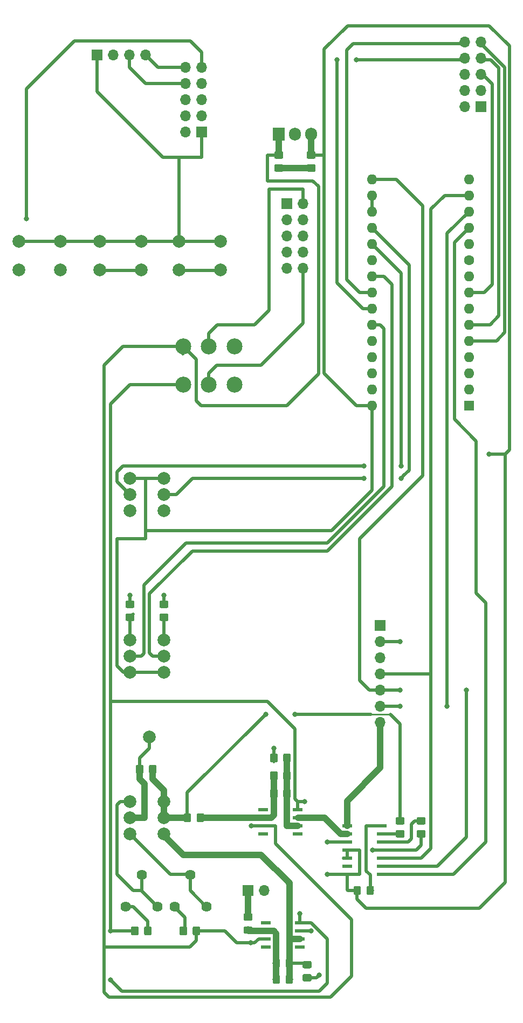
<source format=gbr>
G04 #@! TF.GenerationSoftware,KiCad,Pcbnew,(5.0.0)*
G04 #@! TF.CreationDate,2018-10-20T19:08:45+01:00*
G04 #@! TF.ProjectId,AD9833FunctionGenerator,41443938333346756E6374696F6E4765,rev?*
G04 #@! TF.SameCoordinates,Original*
G04 #@! TF.FileFunction,Copper,L1,Top,Signal*
G04 #@! TF.FilePolarity,Positive*
%FSLAX46Y46*%
G04 Gerber Fmt 4.6, Leading zero omitted, Abs format (unit mm)*
G04 Created by KiCad (PCBNEW (5.0.0)) date 10/20/18 19:08:45*
%MOMM*%
%LPD*%
G01*
G04 APERTURE LIST*
G04 #@! TA.AperFunction,ComponentPad*
%ADD10C,1.620000*%
G04 #@! TD*
G04 #@! TA.AperFunction,ComponentPad*
%ADD11O,1.600000X1.600000*%
G04 #@! TD*
G04 #@! TA.AperFunction,ComponentPad*
%ADD12C,1.600000*%
G04 #@! TD*
G04 #@! TA.AperFunction,ComponentPad*
%ADD13R,1.600000X1.600000*%
G04 #@! TD*
G04 #@! TA.AperFunction,ComponentPad*
%ADD14C,2.000000*%
G04 #@! TD*
G04 #@! TA.AperFunction,Conductor*
%ADD15C,0.100000*%
G04 #@! TD*
G04 #@! TA.AperFunction,SMDPad,CuDef*
%ADD16C,1.150000*%
G04 #@! TD*
G04 #@! TA.AperFunction,ComponentPad*
%ADD17C,2.500000*%
G04 #@! TD*
G04 #@! TA.AperFunction,ComponentPad*
%ADD18R,1.700000X1.700000*%
G04 #@! TD*
G04 #@! TA.AperFunction,ComponentPad*
%ADD19O,1.700000X1.700000*%
G04 #@! TD*
G04 #@! TA.AperFunction,SMDPad,CuDef*
%ADD20R,1.500000X0.600000*%
G04 #@! TD*
G04 #@! TA.AperFunction,ComponentPad*
%ADD21R,1.905000X2.000000*%
G04 #@! TD*
G04 #@! TA.AperFunction,ComponentPad*
%ADD22O,1.905000X2.000000*%
G04 #@! TD*
G04 #@! TA.AperFunction,BGAPad,CuDef*
%ADD23C,2.000000*%
G04 #@! TD*
G04 #@! TA.AperFunction,SMDPad,CuDef*
%ADD24R,1.550000X0.600000*%
G04 #@! TD*
G04 #@! TA.AperFunction,ViaPad*
%ADD25C,0.800000*%
G04 #@! TD*
G04 #@! TA.AperFunction,Conductor*
%ADD26C,0.500000*%
G04 #@! TD*
G04 #@! TA.AperFunction,Conductor*
%ADD27C,1.000000*%
G04 #@! TD*
G04 #@! TA.AperFunction,Conductor*
%ADD28C,0.250000*%
G04 #@! TD*
G04 APERTURE END LIST*
D10*
G04 #@! TO.P,RV_UPOFF1,1*
G04 #@! TO.N,Net-(RV_AMP1-Pad1)*
X83900000Y-207010000D03*
G04 #@! TO.P,RV_UPOFF1,2*
X81400000Y-202010000D03*
G04 #@! TO.P,RV_UPOFF1,3*
G04 #@! TO.N,Net-(RV_UPOFF1-Pad3)*
X78900000Y-207010000D03*
G04 #@! TD*
D11*
G04 #@! TO.P,A1,16*
G04 #@! TO.N,/SCK*
X109855000Y-92710000D03*
G04 #@! TO.P,A1,15*
G04 #@! TO.N,N/C*
X125095000Y-92710000D03*
G04 #@! TO.P,A1,30*
G04 #@! TO.N,/5V*
X109855000Y-128270000D03*
G04 #@! TO.P,A1,14*
G04 #@! TO.N,/MOSI*
X125095000Y-95250000D03*
G04 #@! TO.P,A1,29*
G04 #@! TO.N,/GND*
X109855000Y-125730000D03*
G04 #@! TO.P,A1,13*
G04 #@! TO.N,/DDS_CS*
X125095000Y-97790000D03*
G04 #@! TO.P,A1,28*
G04 #@! TO.N,N/C*
X109855000Y-123190000D03*
G04 #@! TO.P,A1,12*
G04 #@! TO.N,/POT_CS*
X125095000Y-100330000D03*
G04 #@! TO.P,A1,27*
G04 #@! TO.N,N/C*
X109855000Y-120650000D03*
G04 #@! TO.P,A1,11*
X125095000Y-102870000D03*
G04 #@! TO.P,A1,26*
X109855000Y-118110000D03*
D12*
G04 #@! TO.P,A1,10*
X125095000Y-105410000D03*
D11*
G04 #@! TO.P,A1,25*
G04 #@! TO.N,/VEL1*
X109855000Y-115570000D03*
G04 #@! TO.P,A1,9*
G04 #@! TO.N,N/C*
X125095000Y-107950000D03*
G04 #@! TO.P,A1,24*
G04 #@! TO.N,/SCL*
X109855000Y-113030000D03*
G04 #@! TO.P,A1,8*
G04 #@! TO.N,/RANGEBTN*
X125095000Y-110490000D03*
G04 #@! TO.P,A1,23*
G04 #@! TO.N,/SDA*
X109855000Y-110490000D03*
G04 #@! TO.P,A1,7*
G04 #@! TO.N,N/C*
X125095000Y-113030000D03*
G04 #@! TO.P,A1,22*
G04 #@! TO.N,/PHASE1*
X109855000Y-107950000D03*
G04 #@! TO.P,A1,6*
G04 #@! TO.N,/MODEBTN*
X125095000Y-115570000D03*
G04 #@! TO.P,A1,21*
G04 #@! TO.N,N/C*
X109855000Y-105410000D03*
G04 #@! TO.P,A1,5*
G04 #@! TO.N,/WAVEBTN*
X125095000Y-118110000D03*
G04 #@! TO.P,A1,20*
G04 #@! TO.N,/FREQLO*
X109855000Y-102870000D03*
G04 #@! TO.P,A1,4*
G04 #@! TO.N,/GND*
X125095000Y-120650000D03*
G04 #@! TO.P,A1,19*
G04 #@! TO.N,/FREQHI*
X109855000Y-100330000D03*
G04 #@! TO.P,A1,3*
G04 #@! TO.N,N/C*
X125095000Y-123190000D03*
G04 #@! TO.P,A1,18*
G04 #@! TO.N,/AREF*
X109855000Y-97790000D03*
G04 #@! TO.P,A1,2*
G04 #@! TO.N,N/C*
X125095000Y-125730000D03*
G04 #@! TO.P,A1,17*
G04 #@! TO.N,/AREF*
X109855000Y-95250000D03*
D13*
G04 #@! TO.P,A1,1*
G04 #@! TO.N,N/C*
X125095000Y-128270000D03*
G04 #@! TD*
D14*
G04 #@! TO.P,RV_FREQ1,1*
G04 #@! TO.N,/GND*
X71882000Y-144780000D03*
G04 #@! TO.P,RV_FREQ1,2*
G04 #@! TO.N,/FREQLO*
X71882000Y-142240000D03*
G04 #@! TO.P,RV_FREQ1,3*
G04 #@! TO.N,/5V*
X71882000Y-139700000D03*
G04 #@! TO.P,RV_FREQ1,4*
G04 #@! TO.N,/GND*
X77216000Y-144780000D03*
G04 #@! TO.P,RV_FREQ1,5*
G04 #@! TO.N,/FREQHI*
X77216000Y-142240000D03*
G04 #@! TO.P,RV_FREQ1,6*
G04 #@! TO.N,/5V*
X77216000Y-139700000D03*
G04 #@! TD*
D15*
G04 #@! TO.N,/GND*
G04 #@! TO.C,RG1*
G36*
X94828505Y-182943204D02*
X94852773Y-182946804D01*
X94876572Y-182952765D01*
X94899671Y-182961030D01*
X94921850Y-182971520D01*
X94942893Y-182984132D01*
X94962599Y-182998747D01*
X94980777Y-183015223D01*
X94997253Y-183033401D01*
X95011868Y-183053107D01*
X95024480Y-183074150D01*
X95034970Y-183096329D01*
X95043235Y-183119428D01*
X95049196Y-183143227D01*
X95052796Y-183167495D01*
X95054000Y-183191999D01*
X95054000Y-184092001D01*
X95052796Y-184116505D01*
X95049196Y-184140773D01*
X95043235Y-184164572D01*
X95034970Y-184187671D01*
X95024480Y-184209850D01*
X95011868Y-184230893D01*
X94997253Y-184250599D01*
X94980777Y-184268777D01*
X94962599Y-184285253D01*
X94942893Y-184299868D01*
X94921850Y-184312480D01*
X94899671Y-184322970D01*
X94876572Y-184331235D01*
X94852773Y-184337196D01*
X94828505Y-184340796D01*
X94804001Y-184342000D01*
X94153999Y-184342000D01*
X94129495Y-184340796D01*
X94105227Y-184337196D01*
X94081428Y-184331235D01*
X94058329Y-184322970D01*
X94036150Y-184312480D01*
X94015107Y-184299868D01*
X93995401Y-184285253D01*
X93977223Y-184268777D01*
X93960747Y-184250599D01*
X93946132Y-184230893D01*
X93933520Y-184209850D01*
X93923030Y-184187671D01*
X93914765Y-184164572D01*
X93908804Y-184140773D01*
X93905204Y-184116505D01*
X93904000Y-184092001D01*
X93904000Y-183191999D01*
X93905204Y-183167495D01*
X93908804Y-183143227D01*
X93914765Y-183119428D01*
X93923030Y-183096329D01*
X93933520Y-183074150D01*
X93946132Y-183053107D01*
X93960747Y-183033401D01*
X93977223Y-183015223D01*
X93995401Y-182998747D01*
X94015107Y-182984132D01*
X94036150Y-182971520D01*
X94058329Y-182961030D01*
X94081428Y-182952765D01*
X94105227Y-182946804D01*
X94129495Y-182943204D01*
X94153999Y-182942000D01*
X94804001Y-182942000D01*
X94828505Y-182943204D01*
X94828505Y-182943204D01*
G37*
D16*
G04 #@! TD*
G04 #@! TO.P,RG1,1*
G04 #@! TO.N,/GND*
X94479000Y-183642000D03*
D15*
G04 #@! TO.N,Net-(CF1-Pad2)*
G04 #@! TO.C,RG1*
G36*
X96878505Y-182943204D02*
X96902773Y-182946804D01*
X96926572Y-182952765D01*
X96949671Y-182961030D01*
X96971850Y-182971520D01*
X96992893Y-182984132D01*
X97012599Y-182998747D01*
X97030777Y-183015223D01*
X97047253Y-183033401D01*
X97061868Y-183053107D01*
X97074480Y-183074150D01*
X97084970Y-183096329D01*
X97093235Y-183119428D01*
X97099196Y-183143227D01*
X97102796Y-183167495D01*
X97104000Y-183191999D01*
X97104000Y-184092001D01*
X97102796Y-184116505D01*
X97099196Y-184140773D01*
X97093235Y-184164572D01*
X97084970Y-184187671D01*
X97074480Y-184209850D01*
X97061868Y-184230893D01*
X97047253Y-184250599D01*
X97030777Y-184268777D01*
X97012599Y-184285253D01*
X96992893Y-184299868D01*
X96971850Y-184312480D01*
X96949671Y-184322970D01*
X96926572Y-184331235D01*
X96902773Y-184337196D01*
X96878505Y-184340796D01*
X96854001Y-184342000D01*
X96203999Y-184342000D01*
X96179495Y-184340796D01*
X96155227Y-184337196D01*
X96131428Y-184331235D01*
X96108329Y-184322970D01*
X96086150Y-184312480D01*
X96065107Y-184299868D01*
X96045401Y-184285253D01*
X96027223Y-184268777D01*
X96010747Y-184250599D01*
X95996132Y-184230893D01*
X95983520Y-184209850D01*
X95973030Y-184187671D01*
X95964765Y-184164572D01*
X95958804Y-184140773D01*
X95955204Y-184116505D01*
X95954000Y-184092001D01*
X95954000Y-183191999D01*
X95955204Y-183167495D01*
X95958804Y-183143227D01*
X95964765Y-183119428D01*
X95973030Y-183096329D01*
X95983520Y-183074150D01*
X95996132Y-183053107D01*
X96010747Y-183033401D01*
X96027223Y-183015223D01*
X96045401Y-182998747D01*
X96065107Y-182984132D01*
X96086150Y-182971520D01*
X96108329Y-182961030D01*
X96131428Y-182952765D01*
X96155227Y-182946804D01*
X96179495Y-182943204D01*
X96203999Y-182942000D01*
X96854001Y-182942000D01*
X96878505Y-182943204D01*
X96878505Y-182943204D01*
G37*
D16*
G04 #@! TD*
G04 #@! TO.P,RG1,2*
G04 #@! TO.N,Net-(CF1-Pad2)*
X96529000Y-183642000D03*
D15*
G04 #@! TO.N,Net-(CF1-Pad2)*
G04 #@! TO.C,RF1*
G36*
X96878505Y-188531204D02*
X96902773Y-188534804D01*
X96926572Y-188540765D01*
X96949671Y-188549030D01*
X96971850Y-188559520D01*
X96992893Y-188572132D01*
X97012599Y-188586747D01*
X97030777Y-188603223D01*
X97047253Y-188621401D01*
X97061868Y-188641107D01*
X97074480Y-188662150D01*
X97084970Y-188684329D01*
X97093235Y-188707428D01*
X97099196Y-188731227D01*
X97102796Y-188755495D01*
X97104000Y-188779999D01*
X97104000Y-189680001D01*
X97102796Y-189704505D01*
X97099196Y-189728773D01*
X97093235Y-189752572D01*
X97084970Y-189775671D01*
X97074480Y-189797850D01*
X97061868Y-189818893D01*
X97047253Y-189838599D01*
X97030777Y-189856777D01*
X97012599Y-189873253D01*
X96992893Y-189887868D01*
X96971850Y-189900480D01*
X96949671Y-189910970D01*
X96926572Y-189919235D01*
X96902773Y-189925196D01*
X96878505Y-189928796D01*
X96854001Y-189930000D01*
X96203999Y-189930000D01*
X96179495Y-189928796D01*
X96155227Y-189925196D01*
X96131428Y-189919235D01*
X96108329Y-189910970D01*
X96086150Y-189900480D01*
X96065107Y-189887868D01*
X96045401Y-189873253D01*
X96027223Y-189856777D01*
X96010747Y-189838599D01*
X95996132Y-189818893D01*
X95983520Y-189797850D01*
X95973030Y-189775671D01*
X95964765Y-189752572D01*
X95958804Y-189728773D01*
X95955204Y-189704505D01*
X95954000Y-189680001D01*
X95954000Y-188779999D01*
X95955204Y-188755495D01*
X95958804Y-188731227D01*
X95964765Y-188707428D01*
X95973030Y-188684329D01*
X95983520Y-188662150D01*
X95996132Y-188641107D01*
X96010747Y-188621401D01*
X96027223Y-188603223D01*
X96045401Y-188586747D01*
X96065107Y-188572132D01*
X96086150Y-188559520D01*
X96108329Y-188549030D01*
X96131428Y-188540765D01*
X96155227Y-188534804D01*
X96179495Y-188531204D01*
X96203999Y-188530000D01*
X96854001Y-188530000D01*
X96878505Y-188531204D01*
X96878505Y-188531204D01*
G37*
D16*
G04 #@! TD*
G04 #@! TO.P,RF1,2*
G04 #@! TO.N,Net-(CF1-Pad2)*
X96529000Y-189230000D03*
D15*
G04 #@! TO.N,Net-(CF1-Pad1)*
G04 #@! TO.C,RF1*
G36*
X94828505Y-188531204D02*
X94852773Y-188534804D01*
X94876572Y-188540765D01*
X94899671Y-188549030D01*
X94921850Y-188559520D01*
X94942893Y-188572132D01*
X94962599Y-188586747D01*
X94980777Y-188603223D01*
X94997253Y-188621401D01*
X95011868Y-188641107D01*
X95024480Y-188662150D01*
X95034970Y-188684329D01*
X95043235Y-188707428D01*
X95049196Y-188731227D01*
X95052796Y-188755495D01*
X95054000Y-188779999D01*
X95054000Y-189680001D01*
X95052796Y-189704505D01*
X95049196Y-189728773D01*
X95043235Y-189752572D01*
X95034970Y-189775671D01*
X95024480Y-189797850D01*
X95011868Y-189818893D01*
X94997253Y-189838599D01*
X94980777Y-189856777D01*
X94962599Y-189873253D01*
X94942893Y-189887868D01*
X94921850Y-189900480D01*
X94899671Y-189910970D01*
X94876572Y-189919235D01*
X94852773Y-189925196D01*
X94828505Y-189928796D01*
X94804001Y-189930000D01*
X94153999Y-189930000D01*
X94129495Y-189928796D01*
X94105227Y-189925196D01*
X94081428Y-189919235D01*
X94058329Y-189910970D01*
X94036150Y-189900480D01*
X94015107Y-189887868D01*
X93995401Y-189873253D01*
X93977223Y-189856777D01*
X93960747Y-189838599D01*
X93946132Y-189818893D01*
X93933520Y-189797850D01*
X93923030Y-189775671D01*
X93914765Y-189752572D01*
X93908804Y-189728773D01*
X93905204Y-189704505D01*
X93904000Y-189680001D01*
X93904000Y-188779999D01*
X93905204Y-188755495D01*
X93908804Y-188731227D01*
X93914765Y-188707428D01*
X93923030Y-188684329D01*
X93933520Y-188662150D01*
X93946132Y-188641107D01*
X93960747Y-188621401D01*
X93977223Y-188603223D01*
X93995401Y-188586747D01*
X94015107Y-188572132D01*
X94036150Y-188559520D01*
X94058329Y-188549030D01*
X94081428Y-188540765D01*
X94105227Y-188534804D01*
X94129495Y-188531204D01*
X94153999Y-188530000D01*
X94804001Y-188530000D01*
X94828505Y-188531204D01*
X94828505Y-188531204D01*
G37*
D16*
G04 #@! TD*
G04 #@! TO.P,RF1,1*
G04 #@! TO.N,Net-(CF1-Pad1)*
X94479000Y-189230000D03*
D17*
G04 #@! TO.P,SW_PWR1,4*
G04 #@! TO.N,/-12V*
X80264000Y-124968000D03*
G04 #@! TO.P,SW_PWR1,1*
G04 #@! TO.N,/+12V*
X80264000Y-118968000D03*
G04 #@! TO.P,SW_PWR1,5*
G04 #@! TO.N,Net-(J_PWR1-Pad10)*
X84264000Y-124968000D03*
G04 #@! TO.P,SW_PWR1,2*
G04 #@! TO.N,Net-(J_PWR1-Pad2)*
X84264000Y-118968000D03*
G04 #@! TO.P,SW_PWR1,6*
G04 #@! TO.N,N/C*
X88264000Y-124968000D03*
G04 #@! TO.P,SW_PWR1,3*
X88264000Y-118968000D03*
G04 #@! TD*
D18*
G04 #@! TO.P,J_OUT1,1*
G04 #@! TO.N,/OutputSection/SIGOUT*
X90424000Y-204470000D03*
D19*
G04 #@! TO.P,J_OUT1,2*
G04 #@! TO.N,/GND*
X92964000Y-204470000D03*
G04 #@! TD*
D18*
G04 #@! TO.P,J_PWR1,1*
G04 #@! TO.N,N/C*
X96520000Y-96520000D03*
D19*
G04 #@! TO.P,J_PWR1,2*
G04 #@! TO.N,Net-(J_PWR1-Pad2)*
X99060000Y-96520000D03*
G04 #@! TO.P,J_PWR1,3*
G04 #@! TO.N,N/C*
X96520000Y-99060000D03*
G04 #@! TO.P,J_PWR1,4*
G04 #@! TO.N,/GND*
X99060000Y-99060000D03*
G04 #@! TO.P,J_PWR1,5*
G04 #@! TO.N,N/C*
X96520000Y-101600000D03*
G04 #@! TO.P,J_PWR1,6*
G04 #@! TO.N,/GND*
X99060000Y-101600000D03*
G04 #@! TO.P,J_PWR1,7*
G04 #@! TO.N,N/C*
X96520000Y-104140000D03*
G04 #@! TO.P,J_PWR1,8*
G04 #@! TO.N,/GND*
X99060000Y-104140000D03*
G04 #@! TO.P,J_PWR1,9*
G04 #@! TO.N,N/C*
X96520000Y-106680000D03*
G04 #@! TO.P,J_PWR1,10*
G04 #@! TO.N,Net-(J_PWR1-Pad10)*
X99060000Y-106680000D03*
G04 #@! TD*
D20*
G04 #@! TO.P,U_POT1,1*
G04 #@! TO.N,/POT_CS*
X111412000Y-201930000D03*
G04 #@! TO.P,U_POT1,2*
G04 #@! TO.N,/SCK*
X111412000Y-200660000D03*
G04 #@! TO.P,U_POT1,3*
G04 #@! TO.N,/MOSI*
X111412000Y-199390000D03*
G04 #@! TO.P,U_POT1,4*
G04 #@! TO.N,/GND*
X111412000Y-198120000D03*
G04 #@! TO.P,U_POT1,5*
G04 #@! TO.N,Net-(ROFF2-Pad1)*
X111412000Y-196850000D03*
G04 #@! TO.P,U_POT1,6*
G04 #@! TO.N,/OFFSETADJUST*
X111412000Y-195580000D03*
G04 #@! TO.P,U_POT1,7*
G04 #@! TO.N,Net-(ROFF1-Pad1)*
X111412000Y-194310000D03*
G04 #@! TO.P,U_POT1,8*
G04 #@! TO.N,/DDS_SIG*
X106012000Y-194310000D03*
G04 #@! TO.P,U_POT1,9*
G04 #@! TO.N,/DDS_REDUX*
X106012000Y-195580000D03*
G04 #@! TO.P,U_POT1,10*
G04 #@! TO.N,/GND*
X106012000Y-196850000D03*
G04 #@! TO.P,U_POT1,11*
G04 #@! TO.N,/5V*
X106012000Y-198120000D03*
G04 #@! TO.P,U_POT1,12*
X106012000Y-199390000D03*
G04 #@! TO.P,U_POT1,13*
G04 #@! TO.N,N/C*
X106012000Y-200660000D03*
G04 #@! TO.P,U_POT1,14*
G04 #@! TO.N,/5V*
X106012000Y-201930000D03*
G04 #@! TD*
D15*
G04 #@! TO.N,/-12V*
G04 #@! TO.C,R_LOFF1*
G36*
X72984505Y-210121204D02*
X73008773Y-210124804D01*
X73032572Y-210130765D01*
X73055671Y-210139030D01*
X73077850Y-210149520D01*
X73098893Y-210162132D01*
X73118599Y-210176747D01*
X73136777Y-210193223D01*
X73153253Y-210211401D01*
X73167868Y-210231107D01*
X73180480Y-210252150D01*
X73190970Y-210274329D01*
X73199235Y-210297428D01*
X73205196Y-210321227D01*
X73208796Y-210345495D01*
X73210000Y-210369999D01*
X73210000Y-211270001D01*
X73208796Y-211294505D01*
X73205196Y-211318773D01*
X73199235Y-211342572D01*
X73190970Y-211365671D01*
X73180480Y-211387850D01*
X73167868Y-211408893D01*
X73153253Y-211428599D01*
X73136777Y-211446777D01*
X73118599Y-211463253D01*
X73098893Y-211477868D01*
X73077850Y-211490480D01*
X73055671Y-211500970D01*
X73032572Y-211509235D01*
X73008773Y-211515196D01*
X72984505Y-211518796D01*
X72960001Y-211520000D01*
X72309999Y-211520000D01*
X72285495Y-211518796D01*
X72261227Y-211515196D01*
X72237428Y-211509235D01*
X72214329Y-211500970D01*
X72192150Y-211490480D01*
X72171107Y-211477868D01*
X72151401Y-211463253D01*
X72133223Y-211446777D01*
X72116747Y-211428599D01*
X72102132Y-211408893D01*
X72089520Y-211387850D01*
X72079030Y-211365671D01*
X72070765Y-211342572D01*
X72064804Y-211318773D01*
X72061204Y-211294505D01*
X72060000Y-211270001D01*
X72060000Y-210369999D01*
X72061204Y-210345495D01*
X72064804Y-210321227D01*
X72070765Y-210297428D01*
X72079030Y-210274329D01*
X72089520Y-210252150D01*
X72102132Y-210231107D01*
X72116747Y-210211401D01*
X72133223Y-210193223D01*
X72151401Y-210176747D01*
X72171107Y-210162132D01*
X72192150Y-210149520D01*
X72214329Y-210139030D01*
X72237428Y-210130765D01*
X72261227Y-210124804D01*
X72285495Y-210121204D01*
X72309999Y-210120000D01*
X72960001Y-210120000D01*
X72984505Y-210121204D01*
X72984505Y-210121204D01*
G37*
D16*
G04 #@! TD*
G04 #@! TO.P,R_LOFF1,1*
G04 #@! TO.N,/-12V*
X72635000Y-210820000D03*
D15*
G04 #@! TO.N,Net-(RV_LOWOFF1-Pad3)*
G04 #@! TO.C,R_LOFF1*
G36*
X75034505Y-210121204D02*
X75058773Y-210124804D01*
X75082572Y-210130765D01*
X75105671Y-210139030D01*
X75127850Y-210149520D01*
X75148893Y-210162132D01*
X75168599Y-210176747D01*
X75186777Y-210193223D01*
X75203253Y-210211401D01*
X75217868Y-210231107D01*
X75230480Y-210252150D01*
X75240970Y-210274329D01*
X75249235Y-210297428D01*
X75255196Y-210321227D01*
X75258796Y-210345495D01*
X75260000Y-210369999D01*
X75260000Y-211270001D01*
X75258796Y-211294505D01*
X75255196Y-211318773D01*
X75249235Y-211342572D01*
X75240970Y-211365671D01*
X75230480Y-211387850D01*
X75217868Y-211408893D01*
X75203253Y-211428599D01*
X75186777Y-211446777D01*
X75168599Y-211463253D01*
X75148893Y-211477868D01*
X75127850Y-211490480D01*
X75105671Y-211500970D01*
X75082572Y-211509235D01*
X75058773Y-211515196D01*
X75034505Y-211518796D01*
X75010001Y-211520000D01*
X74359999Y-211520000D01*
X74335495Y-211518796D01*
X74311227Y-211515196D01*
X74287428Y-211509235D01*
X74264329Y-211500970D01*
X74242150Y-211490480D01*
X74221107Y-211477868D01*
X74201401Y-211463253D01*
X74183223Y-211446777D01*
X74166747Y-211428599D01*
X74152132Y-211408893D01*
X74139520Y-211387850D01*
X74129030Y-211365671D01*
X74120765Y-211342572D01*
X74114804Y-211318773D01*
X74111204Y-211294505D01*
X74110000Y-211270001D01*
X74110000Y-210369999D01*
X74111204Y-210345495D01*
X74114804Y-210321227D01*
X74120765Y-210297428D01*
X74129030Y-210274329D01*
X74139520Y-210252150D01*
X74152132Y-210231107D01*
X74166747Y-210211401D01*
X74183223Y-210193223D01*
X74201401Y-210176747D01*
X74221107Y-210162132D01*
X74242150Y-210149520D01*
X74264329Y-210139030D01*
X74287428Y-210130765D01*
X74311227Y-210124804D01*
X74335495Y-210121204D01*
X74359999Y-210120000D01*
X75010001Y-210120000D01*
X75034505Y-210121204D01*
X75034505Y-210121204D01*
G37*
D16*
G04 #@! TD*
G04 #@! TO.P,R_LOFF1,2*
G04 #@! TO.N,Net-(RV_LOWOFF1-Pad3)*
X74685000Y-210820000D03*
D15*
G04 #@! TO.N,/+12V*
G04 #@! TO.C,C1*
G36*
X95724505Y-88317204D02*
X95748773Y-88320804D01*
X95772572Y-88326765D01*
X95795671Y-88335030D01*
X95817850Y-88345520D01*
X95838893Y-88358132D01*
X95858599Y-88372747D01*
X95876777Y-88389223D01*
X95893253Y-88407401D01*
X95907868Y-88427107D01*
X95920480Y-88448150D01*
X95930970Y-88470329D01*
X95939235Y-88493428D01*
X95945196Y-88517227D01*
X95948796Y-88541495D01*
X95950000Y-88565999D01*
X95950000Y-89216001D01*
X95948796Y-89240505D01*
X95945196Y-89264773D01*
X95939235Y-89288572D01*
X95930970Y-89311671D01*
X95920480Y-89333850D01*
X95907868Y-89354893D01*
X95893253Y-89374599D01*
X95876777Y-89392777D01*
X95858599Y-89409253D01*
X95838893Y-89423868D01*
X95817850Y-89436480D01*
X95795671Y-89446970D01*
X95772572Y-89455235D01*
X95748773Y-89461196D01*
X95724505Y-89464796D01*
X95700001Y-89466000D01*
X94799999Y-89466000D01*
X94775495Y-89464796D01*
X94751227Y-89461196D01*
X94727428Y-89455235D01*
X94704329Y-89446970D01*
X94682150Y-89436480D01*
X94661107Y-89423868D01*
X94641401Y-89409253D01*
X94623223Y-89392777D01*
X94606747Y-89374599D01*
X94592132Y-89354893D01*
X94579520Y-89333850D01*
X94569030Y-89311671D01*
X94560765Y-89288572D01*
X94554804Y-89264773D01*
X94551204Y-89240505D01*
X94550000Y-89216001D01*
X94550000Y-88565999D01*
X94551204Y-88541495D01*
X94554804Y-88517227D01*
X94560765Y-88493428D01*
X94569030Y-88470329D01*
X94579520Y-88448150D01*
X94592132Y-88427107D01*
X94606747Y-88407401D01*
X94623223Y-88389223D01*
X94641401Y-88372747D01*
X94661107Y-88358132D01*
X94682150Y-88345520D01*
X94704329Y-88335030D01*
X94727428Y-88326765D01*
X94751227Y-88320804D01*
X94775495Y-88317204D01*
X94799999Y-88316000D01*
X95700001Y-88316000D01*
X95724505Y-88317204D01*
X95724505Y-88317204D01*
G37*
D16*
G04 #@! TD*
G04 #@! TO.P,C1,1*
G04 #@! TO.N,/+12V*
X95250000Y-88891000D03*
D15*
G04 #@! TO.N,/GND*
G04 #@! TO.C,C1*
G36*
X95724505Y-90367204D02*
X95748773Y-90370804D01*
X95772572Y-90376765D01*
X95795671Y-90385030D01*
X95817850Y-90395520D01*
X95838893Y-90408132D01*
X95858599Y-90422747D01*
X95876777Y-90439223D01*
X95893253Y-90457401D01*
X95907868Y-90477107D01*
X95920480Y-90498150D01*
X95930970Y-90520329D01*
X95939235Y-90543428D01*
X95945196Y-90567227D01*
X95948796Y-90591495D01*
X95950000Y-90615999D01*
X95950000Y-91266001D01*
X95948796Y-91290505D01*
X95945196Y-91314773D01*
X95939235Y-91338572D01*
X95930970Y-91361671D01*
X95920480Y-91383850D01*
X95907868Y-91404893D01*
X95893253Y-91424599D01*
X95876777Y-91442777D01*
X95858599Y-91459253D01*
X95838893Y-91473868D01*
X95817850Y-91486480D01*
X95795671Y-91496970D01*
X95772572Y-91505235D01*
X95748773Y-91511196D01*
X95724505Y-91514796D01*
X95700001Y-91516000D01*
X94799999Y-91516000D01*
X94775495Y-91514796D01*
X94751227Y-91511196D01*
X94727428Y-91505235D01*
X94704329Y-91496970D01*
X94682150Y-91486480D01*
X94661107Y-91473868D01*
X94641401Y-91459253D01*
X94623223Y-91442777D01*
X94606747Y-91424599D01*
X94592132Y-91404893D01*
X94579520Y-91383850D01*
X94569030Y-91361671D01*
X94560765Y-91338572D01*
X94554804Y-91314773D01*
X94551204Y-91290505D01*
X94550000Y-91266001D01*
X94550000Y-90615999D01*
X94551204Y-90591495D01*
X94554804Y-90567227D01*
X94560765Y-90543428D01*
X94569030Y-90520329D01*
X94579520Y-90498150D01*
X94592132Y-90477107D01*
X94606747Y-90457401D01*
X94623223Y-90439223D01*
X94641401Y-90422747D01*
X94661107Y-90408132D01*
X94682150Y-90395520D01*
X94704329Y-90385030D01*
X94727428Y-90376765D01*
X94751227Y-90370804D01*
X94775495Y-90367204D01*
X94799999Y-90366000D01*
X95700001Y-90366000D01*
X95724505Y-90367204D01*
X95724505Y-90367204D01*
G37*
D16*
G04 #@! TD*
G04 #@! TO.P,C1,2*
G04 #@! TO.N,/GND*
X95250000Y-90941000D03*
D15*
G04 #@! TO.N,/GND*
G04 #@! TO.C,C2*
G36*
X100804505Y-90367204D02*
X100828773Y-90370804D01*
X100852572Y-90376765D01*
X100875671Y-90385030D01*
X100897850Y-90395520D01*
X100918893Y-90408132D01*
X100938599Y-90422747D01*
X100956777Y-90439223D01*
X100973253Y-90457401D01*
X100987868Y-90477107D01*
X101000480Y-90498150D01*
X101010970Y-90520329D01*
X101019235Y-90543428D01*
X101025196Y-90567227D01*
X101028796Y-90591495D01*
X101030000Y-90615999D01*
X101030000Y-91266001D01*
X101028796Y-91290505D01*
X101025196Y-91314773D01*
X101019235Y-91338572D01*
X101010970Y-91361671D01*
X101000480Y-91383850D01*
X100987868Y-91404893D01*
X100973253Y-91424599D01*
X100956777Y-91442777D01*
X100938599Y-91459253D01*
X100918893Y-91473868D01*
X100897850Y-91486480D01*
X100875671Y-91496970D01*
X100852572Y-91505235D01*
X100828773Y-91511196D01*
X100804505Y-91514796D01*
X100780001Y-91516000D01*
X99879999Y-91516000D01*
X99855495Y-91514796D01*
X99831227Y-91511196D01*
X99807428Y-91505235D01*
X99784329Y-91496970D01*
X99762150Y-91486480D01*
X99741107Y-91473868D01*
X99721401Y-91459253D01*
X99703223Y-91442777D01*
X99686747Y-91424599D01*
X99672132Y-91404893D01*
X99659520Y-91383850D01*
X99649030Y-91361671D01*
X99640765Y-91338572D01*
X99634804Y-91314773D01*
X99631204Y-91290505D01*
X99630000Y-91266001D01*
X99630000Y-90615999D01*
X99631204Y-90591495D01*
X99634804Y-90567227D01*
X99640765Y-90543428D01*
X99649030Y-90520329D01*
X99659520Y-90498150D01*
X99672132Y-90477107D01*
X99686747Y-90457401D01*
X99703223Y-90439223D01*
X99721401Y-90422747D01*
X99741107Y-90408132D01*
X99762150Y-90395520D01*
X99784329Y-90385030D01*
X99807428Y-90376765D01*
X99831227Y-90370804D01*
X99855495Y-90367204D01*
X99879999Y-90366000D01*
X100780001Y-90366000D01*
X100804505Y-90367204D01*
X100804505Y-90367204D01*
G37*
D16*
G04 #@! TD*
G04 #@! TO.P,C2,2*
G04 #@! TO.N,/GND*
X100330000Y-90941000D03*
D15*
G04 #@! TO.N,/5V*
G04 #@! TO.C,C2*
G36*
X100804505Y-88317204D02*
X100828773Y-88320804D01*
X100852572Y-88326765D01*
X100875671Y-88335030D01*
X100897850Y-88345520D01*
X100918893Y-88358132D01*
X100938599Y-88372747D01*
X100956777Y-88389223D01*
X100973253Y-88407401D01*
X100987868Y-88427107D01*
X101000480Y-88448150D01*
X101010970Y-88470329D01*
X101019235Y-88493428D01*
X101025196Y-88517227D01*
X101028796Y-88541495D01*
X101030000Y-88565999D01*
X101030000Y-89216001D01*
X101028796Y-89240505D01*
X101025196Y-89264773D01*
X101019235Y-89288572D01*
X101010970Y-89311671D01*
X101000480Y-89333850D01*
X100987868Y-89354893D01*
X100973253Y-89374599D01*
X100956777Y-89392777D01*
X100938599Y-89409253D01*
X100918893Y-89423868D01*
X100897850Y-89436480D01*
X100875671Y-89446970D01*
X100852572Y-89455235D01*
X100828773Y-89461196D01*
X100804505Y-89464796D01*
X100780001Y-89466000D01*
X99879999Y-89466000D01*
X99855495Y-89464796D01*
X99831227Y-89461196D01*
X99807428Y-89455235D01*
X99784329Y-89446970D01*
X99762150Y-89436480D01*
X99741107Y-89423868D01*
X99721401Y-89409253D01*
X99703223Y-89392777D01*
X99686747Y-89374599D01*
X99672132Y-89354893D01*
X99659520Y-89333850D01*
X99649030Y-89311671D01*
X99640765Y-89288572D01*
X99634804Y-89264773D01*
X99631204Y-89240505D01*
X99630000Y-89216001D01*
X99630000Y-88565999D01*
X99631204Y-88541495D01*
X99634804Y-88517227D01*
X99640765Y-88493428D01*
X99649030Y-88470329D01*
X99659520Y-88448150D01*
X99672132Y-88427107D01*
X99686747Y-88407401D01*
X99703223Y-88389223D01*
X99721401Y-88372747D01*
X99741107Y-88358132D01*
X99762150Y-88345520D01*
X99784329Y-88335030D01*
X99807428Y-88326765D01*
X99831227Y-88320804D01*
X99855495Y-88317204D01*
X99879999Y-88316000D01*
X100780001Y-88316000D01*
X100804505Y-88317204D01*
X100804505Y-88317204D01*
G37*
D16*
G04 #@! TD*
G04 #@! TO.P,C2,1*
G04 #@! TO.N,/5V*
X100330000Y-88891000D03*
D19*
G04 #@! TO.P,J_AD9833,7*
G04 #@! TO.N,/DDS_SIG*
X111194407Y-178061772D03*
G04 #@! TO.P,J_AD9833,6*
G04 #@! TO.N,/DDS_CS*
X111194407Y-175521772D03*
G04 #@! TO.P,J_AD9833,5*
G04 #@! TO.N,/SCK*
X111194407Y-172981772D03*
G04 #@! TO.P,J_AD9833,4*
G04 #@! TO.N,/MOSI*
X111194407Y-170441772D03*
G04 #@! TO.P,J_AD9833,3*
G04 #@! TO.N,/GND*
X111194407Y-167901772D03*
G04 #@! TO.P,J_AD9833,2*
G04 #@! TO.N,/5V*
X111194407Y-165361772D03*
D18*
G04 #@! TO.P,J_AD9833,1*
G04 #@! TO.N,N/C*
X111194407Y-162821772D03*
G04 #@! TD*
G04 #@! TO.P,J_AUX2MAIN2,1*
G04 #@! TO.N,/AuxiliaryBoard/5V_AUX*
X83131681Y-85307698D03*
D19*
G04 #@! TO.P,J_AUX2MAIN2,2*
G04 #@! TO.N,N/C*
X80591681Y-85307698D03*
G04 #@! TO.P,J_AUX2MAIN2,3*
G04 #@! TO.N,/AuxiliaryBoard/GND_AUX*
X83131681Y-82767698D03*
G04 #@! TO.P,J_AUX2MAIN2,4*
G04 #@! TO.N,N/C*
X80591681Y-82767698D03*
G04 #@! TO.P,J_AUX2MAIN2,5*
G04 #@! TO.N,/AuxiliaryBoard/RANGEBTN_AUX*
X83131681Y-80227698D03*
G04 #@! TO.P,J_AUX2MAIN2,6*
G04 #@! TO.N,N/C*
X80591681Y-80227698D03*
G04 #@! TO.P,J_AUX2MAIN2,7*
G04 #@! TO.N,/AuxiliaryBoard/MODEBTN_AUX*
X83131681Y-77687698D03*
G04 #@! TO.P,J_AUX2MAIN2,8*
G04 #@! TO.N,/AuxiliaryBoard/SCL_AUX*
X80591681Y-77687698D03*
G04 #@! TO.P,J_AUX2MAIN2,9*
G04 #@! TO.N,/AuxiliaryBoard/WAVEBTN_AUX*
X83131681Y-75147698D03*
G04 #@! TO.P,J_AUX2MAIN2,10*
G04 #@! TO.N,/AuxiliaryBoard/SDA_AUX*
X80591681Y-75147698D03*
G04 #@! TD*
D18*
G04 #@! TO.P,J_MAIN2AUX1,1*
G04 #@! TO.N,/5V*
X127000000Y-81280000D03*
D19*
G04 #@! TO.P,J_MAIN2AUX1,2*
G04 #@! TO.N,N/C*
X124460000Y-81280000D03*
G04 #@! TO.P,J_MAIN2AUX1,3*
G04 #@! TO.N,/GND*
X127000000Y-78740000D03*
G04 #@! TO.P,J_MAIN2AUX1,4*
G04 #@! TO.N,N/C*
X124460000Y-78740000D03*
G04 #@! TO.P,J_MAIN2AUX1,5*
G04 #@! TO.N,/RANGEBTN*
X127000000Y-76200000D03*
G04 #@! TO.P,J_MAIN2AUX1,6*
G04 #@! TO.N,N/C*
X124460000Y-76200000D03*
G04 #@! TO.P,J_MAIN2AUX1,7*
G04 #@! TO.N,/MODEBTN*
X127000000Y-73660000D03*
G04 #@! TO.P,J_MAIN2AUX1,8*
G04 #@! TO.N,/SCL*
X124460000Y-73660000D03*
G04 #@! TO.P,J_MAIN2AUX1,9*
G04 #@! TO.N,/WAVEBTN*
X127000000Y-71120000D03*
G04 #@! TO.P,J_MAIN2AUX1,10*
G04 #@! TO.N,/SDA*
X124460000Y-71120000D03*
G04 #@! TD*
D18*
G04 #@! TO.P,J_OLEDCONNECTOR1,1*
G04 #@! TO.N,/AuxiliaryBoard/5V_AUX*
X66725646Y-73193447D03*
D19*
G04 #@! TO.P,J_OLEDCONNECTOR1,2*
G04 #@! TO.N,/AuxiliaryBoard/GND_AUX*
X69265646Y-73193447D03*
G04 #@! TO.P,J_OLEDCONNECTOR1,3*
G04 #@! TO.N,/AuxiliaryBoard/SCL_AUX*
X71805646Y-73193447D03*
G04 #@! TO.P,J_OLEDCONNECTOR1,4*
G04 #@! TO.N,/AuxiliaryBoard/SDA_AUX*
X74345646Y-73193447D03*
G04 #@! TD*
D15*
G04 #@! TO.N,Net-(CF2-Pad1)*
G04 #@! TO.C,R_ISO1*
G36*
X90898505Y-210128204D02*
X90922773Y-210131804D01*
X90946572Y-210137765D01*
X90969671Y-210146030D01*
X90991850Y-210156520D01*
X91012893Y-210169132D01*
X91032599Y-210183747D01*
X91050777Y-210200223D01*
X91067253Y-210218401D01*
X91081868Y-210238107D01*
X91094480Y-210259150D01*
X91104970Y-210281329D01*
X91113235Y-210304428D01*
X91119196Y-210328227D01*
X91122796Y-210352495D01*
X91124000Y-210376999D01*
X91124000Y-211027001D01*
X91122796Y-211051505D01*
X91119196Y-211075773D01*
X91113235Y-211099572D01*
X91104970Y-211122671D01*
X91094480Y-211144850D01*
X91081868Y-211165893D01*
X91067253Y-211185599D01*
X91050777Y-211203777D01*
X91032599Y-211220253D01*
X91012893Y-211234868D01*
X90991850Y-211247480D01*
X90969671Y-211257970D01*
X90946572Y-211266235D01*
X90922773Y-211272196D01*
X90898505Y-211275796D01*
X90874001Y-211277000D01*
X89973999Y-211277000D01*
X89949495Y-211275796D01*
X89925227Y-211272196D01*
X89901428Y-211266235D01*
X89878329Y-211257970D01*
X89856150Y-211247480D01*
X89835107Y-211234868D01*
X89815401Y-211220253D01*
X89797223Y-211203777D01*
X89780747Y-211185599D01*
X89766132Y-211165893D01*
X89753520Y-211144850D01*
X89743030Y-211122671D01*
X89734765Y-211099572D01*
X89728804Y-211075773D01*
X89725204Y-211051505D01*
X89724000Y-211027001D01*
X89724000Y-210376999D01*
X89725204Y-210352495D01*
X89728804Y-210328227D01*
X89734765Y-210304428D01*
X89743030Y-210281329D01*
X89753520Y-210259150D01*
X89766132Y-210238107D01*
X89780747Y-210218401D01*
X89797223Y-210200223D01*
X89815401Y-210183747D01*
X89835107Y-210169132D01*
X89856150Y-210156520D01*
X89878329Y-210146030D01*
X89901428Y-210137765D01*
X89925227Y-210131804D01*
X89949495Y-210128204D01*
X89973999Y-210127000D01*
X90874001Y-210127000D01*
X90898505Y-210128204D01*
X90898505Y-210128204D01*
G37*
D16*
G04 #@! TD*
G04 #@! TO.P,R_ISO1,2*
G04 #@! TO.N,Net-(CF2-Pad1)*
X90424000Y-210702000D03*
D15*
G04 #@! TO.N,/OutputSection/SIGOUT*
G04 #@! TO.C,R_ISO1*
G36*
X90898505Y-208078204D02*
X90922773Y-208081804D01*
X90946572Y-208087765D01*
X90969671Y-208096030D01*
X90991850Y-208106520D01*
X91012893Y-208119132D01*
X91032599Y-208133747D01*
X91050777Y-208150223D01*
X91067253Y-208168401D01*
X91081868Y-208188107D01*
X91094480Y-208209150D01*
X91104970Y-208231329D01*
X91113235Y-208254428D01*
X91119196Y-208278227D01*
X91122796Y-208302495D01*
X91124000Y-208326999D01*
X91124000Y-208977001D01*
X91122796Y-209001505D01*
X91119196Y-209025773D01*
X91113235Y-209049572D01*
X91104970Y-209072671D01*
X91094480Y-209094850D01*
X91081868Y-209115893D01*
X91067253Y-209135599D01*
X91050777Y-209153777D01*
X91032599Y-209170253D01*
X91012893Y-209184868D01*
X90991850Y-209197480D01*
X90969671Y-209207970D01*
X90946572Y-209216235D01*
X90922773Y-209222196D01*
X90898505Y-209225796D01*
X90874001Y-209227000D01*
X89973999Y-209227000D01*
X89949495Y-209225796D01*
X89925227Y-209222196D01*
X89901428Y-209216235D01*
X89878329Y-209207970D01*
X89856150Y-209197480D01*
X89835107Y-209184868D01*
X89815401Y-209170253D01*
X89797223Y-209153777D01*
X89780747Y-209135599D01*
X89766132Y-209115893D01*
X89753520Y-209094850D01*
X89743030Y-209072671D01*
X89734765Y-209049572D01*
X89728804Y-209025773D01*
X89725204Y-209001505D01*
X89724000Y-208977001D01*
X89724000Y-208326999D01*
X89725204Y-208302495D01*
X89728804Y-208278227D01*
X89734765Y-208254428D01*
X89743030Y-208231329D01*
X89753520Y-208209150D01*
X89766132Y-208188107D01*
X89780747Y-208168401D01*
X89797223Y-208150223D01*
X89815401Y-208133747D01*
X89835107Y-208119132D01*
X89856150Y-208106520D01*
X89878329Y-208096030D01*
X89901428Y-208087765D01*
X89925227Y-208081804D01*
X89949495Y-208078204D01*
X89973999Y-208077000D01*
X90874001Y-208077000D01*
X90898505Y-208078204D01*
X90898505Y-208078204D01*
G37*
D16*
G04 #@! TD*
G04 #@! TO.P,R_ISO1,1*
G04 #@! TO.N,/OutputSection/SIGOUT*
X90424000Y-208652000D03*
D15*
G04 #@! TO.N,Net-(CF1-Pad1)*
G04 #@! TO.C,R_MIX1*
G36*
X83289505Y-192341204D02*
X83313773Y-192344804D01*
X83337572Y-192350765D01*
X83360671Y-192359030D01*
X83382850Y-192369520D01*
X83403893Y-192382132D01*
X83423599Y-192396747D01*
X83441777Y-192413223D01*
X83458253Y-192431401D01*
X83472868Y-192451107D01*
X83485480Y-192472150D01*
X83495970Y-192494329D01*
X83504235Y-192517428D01*
X83510196Y-192541227D01*
X83513796Y-192565495D01*
X83515000Y-192589999D01*
X83515000Y-193490001D01*
X83513796Y-193514505D01*
X83510196Y-193538773D01*
X83504235Y-193562572D01*
X83495970Y-193585671D01*
X83485480Y-193607850D01*
X83472868Y-193628893D01*
X83458253Y-193648599D01*
X83441777Y-193666777D01*
X83423599Y-193683253D01*
X83403893Y-193697868D01*
X83382850Y-193710480D01*
X83360671Y-193720970D01*
X83337572Y-193729235D01*
X83313773Y-193735196D01*
X83289505Y-193738796D01*
X83265001Y-193740000D01*
X82614999Y-193740000D01*
X82590495Y-193738796D01*
X82566227Y-193735196D01*
X82542428Y-193729235D01*
X82519329Y-193720970D01*
X82497150Y-193710480D01*
X82476107Y-193697868D01*
X82456401Y-193683253D01*
X82438223Y-193666777D01*
X82421747Y-193648599D01*
X82407132Y-193628893D01*
X82394520Y-193607850D01*
X82384030Y-193585671D01*
X82375765Y-193562572D01*
X82369804Y-193538773D01*
X82366204Y-193514505D01*
X82365000Y-193490001D01*
X82365000Y-192589999D01*
X82366204Y-192565495D01*
X82369804Y-192541227D01*
X82375765Y-192517428D01*
X82384030Y-192494329D01*
X82394520Y-192472150D01*
X82407132Y-192451107D01*
X82421747Y-192431401D01*
X82438223Y-192413223D01*
X82456401Y-192396747D01*
X82476107Y-192382132D01*
X82497150Y-192369520D01*
X82519329Y-192359030D01*
X82542428Y-192350765D01*
X82566227Y-192344804D01*
X82590495Y-192341204D01*
X82614999Y-192340000D01*
X83265001Y-192340000D01*
X83289505Y-192341204D01*
X83289505Y-192341204D01*
G37*
D16*
G04 #@! TD*
G04 #@! TO.P,R_MIX1,1*
G04 #@! TO.N,Net-(CF1-Pad1)*
X82940000Y-193040000D03*
D15*
G04 #@! TO.N,Net-(RV_AMP1-Pad5)*
G04 #@! TO.C,R_MIX1*
G36*
X81239505Y-192341204D02*
X81263773Y-192344804D01*
X81287572Y-192350765D01*
X81310671Y-192359030D01*
X81332850Y-192369520D01*
X81353893Y-192382132D01*
X81373599Y-192396747D01*
X81391777Y-192413223D01*
X81408253Y-192431401D01*
X81422868Y-192451107D01*
X81435480Y-192472150D01*
X81445970Y-192494329D01*
X81454235Y-192517428D01*
X81460196Y-192541227D01*
X81463796Y-192565495D01*
X81465000Y-192589999D01*
X81465000Y-193490001D01*
X81463796Y-193514505D01*
X81460196Y-193538773D01*
X81454235Y-193562572D01*
X81445970Y-193585671D01*
X81435480Y-193607850D01*
X81422868Y-193628893D01*
X81408253Y-193648599D01*
X81391777Y-193666777D01*
X81373599Y-193683253D01*
X81353893Y-193697868D01*
X81332850Y-193710480D01*
X81310671Y-193720970D01*
X81287572Y-193729235D01*
X81263773Y-193735196D01*
X81239505Y-193738796D01*
X81215001Y-193740000D01*
X80564999Y-193740000D01*
X80540495Y-193738796D01*
X80516227Y-193735196D01*
X80492428Y-193729235D01*
X80469329Y-193720970D01*
X80447150Y-193710480D01*
X80426107Y-193697868D01*
X80406401Y-193683253D01*
X80388223Y-193666777D01*
X80371747Y-193648599D01*
X80357132Y-193628893D01*
X80344520Y-193607850D01*
X80334030Y-193585671D01*
X80325765Y-193562572D01*
X80319804Y-193538773D01*
X80316204Y-193514505D01*
X80315000Y-193490001D01*
X80315000Y-192589999D01*
X80316204Y-192565495D01*
X80319804Y-192541227D01*
X80325765Y-192517428D01*
X80334030Y-192494329D01*
X80344520Y-192472150D01*
X80357132Y-192451107D01*
X80371747Y-192431401D01*
X80388223Y-192413223D01*
X80406401Y-192396747D01*
X80426107Y-192382132D01*
X80447150Y-192369520D01*
X80469329Y-192359030D01*
X80492428Y-192350765D01*
X80516227Y-192344804D01*
X80540495Y-192341204D01*
X80564999Y-192340000D01*
X81215001Y-192340000D01*
X81239505Y-192341204D01*
X81239505Y-192341204D01*
G37*
D16*
G04 #@! TD*
G04 #@! TO.P,R_MIX1,2*
G04 #@! TO.N,Net-(RV_AMP1-Pad5)*
X80890000Y-193040000D03*
D15*
G04 #@! TO.N,Net-(RV_AMP1-Pad5)*
G04 #@! TO.C,R_MIX2*
G36*
X75796505Y-184721204D02*
X75820773Y-184724804D01*
X75844572Y-184730765D01*
X75867671Y-184739030D01*
X75889850Y-184749520D01*
X75910893Y-184762132D01*
X75930599Y-184776747D01*
X75948777Y-184793223D01*
X75965253Y-184811401D01*
X75979868Y-184831107D01*
X75992480Y-184852150D01*
X76002970Y-184874329D01*
X76011235Y-184897428D01*
X76017196Y-184921227D01*
X76020796Y-184945495D01*
X76022000Y-184969999D01*
X76022000Y-185870001D01*
X76020796Y-185894505D01*
X76017196Y-185918773D01*
X76011235Y-185942572D01*
X76002970Y-185965671D01*
X75992480Y-185987850D01*
X75979868Y-186008893D01*
X75965253Y-186028599D01*
X75948777Y-186046777D01*
X75930599Y-186063253D01*
X75910893Y-186077868D01*
X75889850Y-186090480D01*
X75867671Y-186100970D01*
X75844572Y-186109235D01*
X75820773Y-186115196D01*
X75796505Y-186118796D01*
X75772001Y-186120000D01*
X75121999Y-186120000D01*
X75097495Y-186118796D01*
X75073227Y-186115196D01*
X75049428Y-186109235D01*
X75026329Y-186100970D01*
X75004150Y-186090480D01*
X74983107Y-186077868D01*
X74963401Y-186063253D01*
X74945223Y-186046777D01*
X74928747Y-186028599D01*
X74914132Y-186008893D01*
X74901520Y-185987850D01*
X74891030Y-185965671D01*
X74882765Y-185942572D01*
X74876804Y-185918773D01*
X74873204Y-185894505D01*
X74872000Y-185870001D01*
X74872000Y-184969999D01*
X74873204Y-184945495D01*
X74876804Y-184921227D01*
X74882765Y-184897428D01*
X74891030Y-184874329D01*
X74901520Y-184852150D01*
X74914132Y-184831107D01*
X74928747Y-184811401D01*
X74945223Y-184793223D01*
X74963401Y-184776747D01*
X74983107Y-184762132D01*
X75004150Y-184749520D01*
X75026329Y-184739030D01*
X75049428Y-184730765D01*
X75073227Y-184724804D01*
X75097495Y-184721204D01*
X75121999Y-184720000D01*
X75772001Y-184720000D01*
X75796505Y-184721204D01*
X75796505Y-184721204D01*
G37*
D16*
G04 #@! TD*
G04 #@! TO.P,R_MIX2,2*
G04 #@! TO.N,Net-(RV_AMP1-Pad5)*
X75447000Y-185420000D03*
D15*
G04 #@! TO.N,Net-(RV_AMP1-Pad2)*
G04 #@! TO.C,R_MIX2*
G36*
X73746505Y-184721204D02*
X73770773Y-184724804D01*
X73794572Y-184730765D01*
X73817671Y-184739030D01*
X73839850Y-184749520D01*
X73860893Y-184762132D01*
X73880599Y-184776747D01*
X73898777Y-184793223D01*
X73915253Y-184811401D01*
X73929868Y-184831107D01*
X73942480Y-184852150D01*
X73952970Y-184874329D01*
X73961235Y-184897428D01*
X73967196Y-184921227D01*
X73970796Y-184945495D01*
X73972000Y-184969999D01*
X73972000Y-185870001D01*
X73970796Y-185894505D01*
X73967196Y-185918773D01*
X73961235Y-185942572D01*
X73952970Y-185965671D01*
X73942480Y-185987850D01*
X73929868Y-186008893D01*
X73915253Y-186028599D01*
X73898777Y-186046777D01*
X73880599Y-186063253D01*
X73860893Y-186077868D01*
X73839850Y-186090480D01*
X73817671Y-186100970D01*
X73794572Y-186109235D01*
X73770773Y-186115196D01*
X73746505Y-186118796D01*
X73722001Y-186120000D01*
X73071999Y-186120000D01*
X73047495Y-186118796D01*
X73023227Y-186115196D01*
X72999428Y-186109235D01*
X72976329Y-186100970D01*
X72954150Y-186090480D01*
X72933107Y-186077868D01*
X72913401Y-186063253D01*
X72895223Y-186046777D01*
X72878747Y-186028599D01*
X72864132Y-186008893D01*
X72851520Y-185987850D01*
X72841030Y-185965671D01*
X72832765Y-185942572D01*
X72826804Y-185918773D01*
X72823204Y-185894505D01*
X72822000Y-185870001D01*
X72822000Y-184969999D01*
X72823204Y-184945495D01*
X72826804Y-184921227D01*
X72832765Y-184897428D01*
X72841030Y-184874329D01*
X72851520Y-184852150D01*
X72864132Y-184831107D01*
X72878747Y-184811401D01*
X72895223Y-184793223D01*
X72913401Y-184776747D01*
X72933107Y-184762132D01*
X72954150Y-184749520D01*
X72976329Y-184739030D01*
X72999428Y-184730765D01*
X73023227Y-184724804D01*
X73047495Y-184721204D01*
X73071999Y-184720000D01*
X73722001Y-184720000D01*
X73746505Y-184721204D01*
X73746505Y-184721204D01*
G37*
D16*
G04 #@! TD*
G04 #@! TO.P,R_MIX2,1*
G04 #@! TO.N,Net-(RV_AMP1-Pad2)*
X73397000Y-185420000D03*
D15*
G04 #@! TO.N,/GND*
G04 #@! TO.C,R_VEL1*
G36*
X72356505Y-158929204D02*
X72380773Y-158932804D01*
X72404572Y-158938765D01*
X72427671Y-158947030D01*
X72449850Y-158957520D01*
X72470893Y-158970132D01*
X72490599Y-158984747D01*
X72508777Y-159001223D01*
X72525253Y-159019401D01*
X72539868Y-159039107D01*
X72552480Y-159060150D01*
X72562970Y-159082329D01*
X72571235Y-159105428D01*
X72577196Y-159129227D01*
X72580796Y-159153495D01*
X72582000Y-159177999D01*
X72582000Y-159828001D01*
X72580796Y-159852505D01*
X72577196Y-159876773D01*
X72571235Y-159900572D01*
X72562970Y-159923671D01*
X72552480Y-159945850D01*
X72539868Y-159966893D01*
X72525253Y-159986599D01*
X72508777Y-160004777D01*
X72490599Y-160021253D01*
X72470893Y-160035868D01*
X72449850Y-160048480D01*
X72427671Y-160058970D01*
X72404572Y-160067235D01*
X72380773Y-160073196D01*
X72356505Y-160076796D01*
X72332001Y-160078000D01*
X71431999Y-160078000D01*
X71407495Y-160076796D01*
X71383227Y-160073196D01*
X71359428Y-160067235D01*
X71336329Y-160058970D01*
X71314150Y-160048480D01*
X71293107Y-160035868D01*
X71273401Y-160021253D01*
X71255223Y-160004777D01*
X71238747Y-159986599D01*
X71224132Y-159966893D01*
X71211520Y-159945850D01*
X71201030Y-159923671D01*
X71192765Y-159900572D01*
X71186804Y-159876773D01*
X71183204Y-159852505D01*
X71182000Y-159828001D01*
X71182000Y-159177999D01*
X71183204Y-159153495D01*
X71186804Y-159129227D01*
X71192765Y-159105428D01*
X71201030Y-159082329D01*
X71211520Y-159060150D01*
X71224132Y-159039107D01*
X71238747Y-159019401D01*
X71255223Y-159001223D01*
X71273401Y-158984747D01*
X71293107Y-158970132D01*
X71314150Y-158957520D01*
X71336329Y-158947030D01*
X71359428Y-158938765D01*
X71383227Y-158932804D01*
X71407495Y-158929204D01*
X71431999Y-158928000D01*
X72332001Y-158928000D01*
X72356505Y-158929204D01*
X72356505Y-158929204D01*
G37*
D16*
G04 #@! TD*
G04 #@! TO.P,R_VEL1,1*
G04 #@! TO.N,/GND*
X71882000Y-159503000D03*
D15*
G04 #@! TO.N,Net-(RV_TIME1-Pad3)*
G04 #@! TO.C,R_VEL1*
G36*
X72356505Y-160979204D02*
X72380773Y-160982804D01*
X72404572Y-160988765D01*
X72427671Y-160997030D01*
X72449850Y-161007520D01*
X72470893Y-161020132D01*
X72490599Y-161034747D01*
X72508777Y-161051223D01*
X72525253Y-161069401D01*
X72539868Y-161089107D01*
X72552480Y-161110150D01*
X72562970Y-161132329D01*
X72571235Y-161155428D01*
X72577196Y-161179227D01*
X72580796Y-161203495D01*
X72582000Y-161227999D01*
X72582000Y-161878001D01*
X72580796Y-161902505D01*
X72577196Y-161926773D01*
X72571235Y-161950572D01*
X72562970Y-161973671D01*
X72552480Y-161995850D01*
X72539868Y-162016893D01*
X72525253Y-162036599D01*
X72508777Y-162054777D01*
X72490599Y-162071253D01*
X72470893Y-162085868D01*
X72449850Y-162098480D01*
X72427671Y-162108970D01*
X72404572Y-162117235D01*
X72380773Y-162123196D01*
X72356505Y-162126796D01*
X72332001Y-162128000D01*
X71431999Y-162128000D01*
X71407495Y-162126796D01*
X71383227Y-162123196D01*
X71359428Y-162117235D01*
X71336329Y-162108970D01*
X71314150Y-162098480D01*
X71293107Y-162085868D01*
X71273401Y-162071253D01*
X71255223Y-162054777D01*
X71238747Y-162036599D01*
X71224132Y-162016893D01*
X71211520Y-161995850D01*
X71201030Y-161973671D01*
X71192765Y-161950572D01*
X71186804Y-161926773D01*
X71183204Y-161902505D01*
X71182000Y-161878001D01*
X71182000Y-161227999D01*
X71183204Y-161203495D01*
X71186804Y-161179227D01*
X71192765Y-161155428D01*
X71201030Y-161132329D01*
X71211520Y-161110150D01*
X71224132Y-161089107D01*
X71238747Y-161069401D01*
X71255223Y-161051223D01*
X71273401Y-161034747D01*
X71293107Y-161020132D01*
X71314150Y-161007520D01*
X71336329Y-160997030D01*
X71359428Y-160988765D01*
X71383227Y-160982804D01*
X71407495Y-160979204D01*
X71431999Y-160978000D01*
X72332001Y-160978000D01*
X72356505Y-160979204D01*
X72356505Y-160979204D01*
G37*
D16*
G04 #@! TD*
G04 #@! TO.P,R_VEL1,2*
G04 #@! TO.N,Net-(RV_TIME1-Pad3)*
X71882000Y-161553000D03*
D14*
G04 #@! TO.P,SW_FUNC1,1*
G04 #@! TO.N,/AuxiliaryBoard/5V_AUX*
X60929681Y-102452698D03*
G04 #@! TO.P,SW_FUNC1,2*
G04 #@! TO.N,/AuxiliaryBoard/WAVEBTN_AUX*
X60929681Y-106952698D03*
G04 #@! TO.P,SW_FUNC1,1*
G04 #@! TO.N,/AuxiliaryBoard/5V_AUX*
X54429681Y-102452698D03*
G04 #@! TO.P,SW_FUNC1,2*
G04 #@! TO.N,/AuxiliaryBoard/WAVEBTN_AUX*
X54429681Y-106952698D03*
G04 #@! TD*
G04 #@! TO.P,SW_MODE1,2*
G04 #@! TO.N,/AuxiliaryBoard/MODEBTN_AUX*
X67129681Y-106952698D03*
G04 #@! TO.P,SW_MODE1,1*
G04 #@! TO.N,/AuxiliaryBoard/5V_AUX*
X67129681Y-102452698D03*
G04 #@! TO.P,SW_MODE1,2*
G04 #@! TO.N,/AuxiliaryBoard/MODEBTN_AUX*
X73629681Y-106952698D03*
G04 #@! TO.P,SW_MODE1,1*
G04 #@! TO.N,/AuxiliaryBoard/5V_AUX*
X73629681Y-102452698D03*
G04 #@! TD*
G04 #@! TO.P,SW_RANGE1,2*
G04 #@! TO.N,/AuxiliaryBoard/RANGEBTN_AUX*
X79575681Y-106952698D03*
G04 #@! TO.P,SW_RANGE1,1*
G04 #@! TO.N,/AuxiliaryBoard/5V_AUX*
X79575681Y-102452698D03*
G04 #@! TO.P,SW_RANGE1,2*
G04 #@! TO.N,/AuxiliaryBoard/RANGEBTN_AUX*
X86075681Y-106952698D03*
G04 #@! TO.P,SW_RANGE1,1*
G04 #@! TO.N,/AuxiliaryBoard/5V_AUX*
X86075681Y-102452698D03*
G04 #@! TD*
D21*
G04 #@! TO.P,U1,1*
G04 #@! TO.N,/+12V*
X95250000Y-85598000D03*
D22*
G04 #@! TO.P,U1,2*
G04 #@! TO.N,/GND*
X97790000Y-85598000D03*
G04 #@! TO.P,U1,3*
G04 #@! TO.N,/5V*
X100330000Y-85598000D03*
G04 #@! TD*
D15*
G04 #@! TO.N,Net-(CF2-Pad2)*
G04 #@! TO.C,C_GAIN1*
G36*
X100169505Y-215571204D02*
X100193773Y-215574804D01*
X100217572Y-215580765D01*
X100240671Y-215589030D01*
X100262850Y-215599520D01*
X100283893Y-215612132D01*
X100303599Y-215626747D01*
X100321777Y-215643223D01*
X100338253Y-215661401D01*
X100352868Y-215681107D01*
X100365480Y-215702150D01*
X100375970Y-215724329D01*
X100384235Y-215747428D01*
X100390196Y-215771227D01*
X100393796Y-215795495D01*
X100395000Y-215819999D01*
X100395000Y-216470001D01*
X100393796Y-216494505D01*
X100390196Y-216518773D01*
X100384235Y-216542572D01*
X100375970Y-216565671D01*
X100365480Y-216587850D01*
X100352868Y-216608893D01*
X100338253Y-216628599D01*
X100321777Y-216646777D01*
X100303599Y-216663253D01*
X100283893Y-216677868D01*
X100262850Y-216690480D01*
X100240671Y-216700970D01*
X100217572Y-216709235D01*
X100193773Y-216715196D01*
X100169505Y-216718796D01*
X100145001Y-216720000D01*
X99244999Y-216720000D01*
X99220495Y-216718796D01*
X99196227Y-216715196D01*
X99172428Y-216709235D01*
X99149329Y-216700970D01*
X99127150Y-216690480D01*
X99106107Y-216677868D01*
X99086401Y-216663253D01*
X99068223Y-216646777D01*
X99051747Y-216628599D01*
X99037132Y-216608893D01*
X99024520Y-216587850D01*
X99014030Y-216565671D01*
X99005765Y-216542572D01*
X98999804Y-216518773D01*
X98996204Y-216494505D01*
X98995000Y-216470001D01*
X98995000Y-215819999D01*
X98996204Y-215795495D01*
X98999804Y-215771227D01*
X99005765Y-215747428D01*
X99014030Y-215724329D01*
X99024520Y-215702150D01*
X99037132Y-215681107D01*
X99051747Y-215661401D01*
X99068223Y-215643223D01*
X99086401Y-215626747D01*
X99106107Y-215612132D01*
X99127150Y-215599520D01*
X99149329Y-215589030D01*
X99172428Y-215580765D01*
X99196227Y-215574804D01*
X99220495Y-215571204D01*
X99244999Y-215570000D01*
X100145001Y-215570000D01*
X100169505Y-215571204D01*
X100169505Y-215571204D01*
G37*
D16*
G04 #@! TD*
G04 #@! TO.P,C_GAIN1,1*
G04 #@! TO.N,Net-(CF2-Pad2)*
X99695000Y-216145000D03*
D15*
G04 #@! TO.N,/GND*
G04 #@! TO.C,C_GAIN1*
G36*
X100169505Y-217621204D02*
X100193773Y-217624804D01*
X100217572Y-217630765D01*
X100240671Y-217639030D01*
X100262850Y-217649520D01*
X100283893Y-217662132D01*
X100303599Y-217676747D01*
X100321777Y-217693223D01*
X100338253Y-217711401D01*
X100352868Y-217731107D01*
X100365480Y-217752150D01*
X100375970Y-217774329D01*
X100384235Y-217797428D01*
X100390196Y-217821227D01*
X100393796Y-217845495D01*
X100395000Y-217869999D01*
X100395000Y-218520001D01*
X100393796Y-218544505D01*
X100390196Y-218568773D01*
X100384235Y-218592572D01*
X100375970Y-218615671D01*
X100365480Y-218637850D01*
X100352868Y-218658893D01*
X100338253Y-218678599D01*
X100321777Y-218696777D01*
X100303599Y-218713253D01*
X100283893Y-218727868D01*
X100262850Y-218740480D01*
X100240671Y-218750970D01*
X100217572Y-218759235D01*
X100193773Y-218765196D01*
X100169505Y-218768796D01*
X100145001Y-218770000D01*
X99244999Y-218770000D01*
X99220495Y-218768796D01*
X99196227Y-218765196D01*
X99172428Y-218759235D01*
X99149329Y-218750970D01*
X99127150Y-218740480D01*
X99106107Y-218727868D01*
X99086401Y-218713253D01*
X99068223Y-218696777D01*
X99051747Y-218678599D01*
X99037132Y-218658893D01*
X99024520Y-218637850D01*
X99014030Y-218615671D01*
X99005765Y-218592572D01*
X98999804Y-218568773D01*
X98996204Y-218544505D01*
X98995000Y-218520001D01*
X98995000Y-217869999D01*
X98996204Y-217845495D01*
X98999804Y-217821227D01*
X99005765Y-217797428D01*
X99014030Y-217774329D01*
X99024520Y-217752150D01*
X99037132Y-217731107D01*
X99051747Y-217711401D01*
X99068223Y-217693223D01*
X99086401Y-217676747D01*
X99106107Y-217662132D01*
X99127150Y-217649520D01*
X99149329Y-217639030D01*
X99172428Y-217630765D01*
X99196227Y-217624804D01*
X99220495Y-217621204D01*
X99244999Y-217620000D01*
X100145001Y-217620000D01*
X100169505Y-217621204D01*
X100169505Y-217621204D01*
G37*
D16*
G04 #@! TD*
G04 #@! TO.P,C_GAIN1,2*
G04 #@! TO.N,/GND*
X99695000Y-218195000D03*
D15*
G04 #@! TO.N,Net-(RV_UPOFF1-Pad3)*
G04 #@! TO.C,R_HIOFF1*
G36*
X80604505Y-210121204D02*
X80628773Y-210124804D01*
X80652572Y-210130765D01*
X80675671Y-210139030D01*
X80697850Y-210149520D01*
X80718893Y-210162132D01*
X80738599Y-210176747D01*
X80756777Y-210193223D01*
X80773253Y-210211401D01*
X80787868Y-210231107D01*
X80800480Y-210252150D01*
X80810970Y-210274329D01*
X80819235Y-210297428D01*
X80825196Y-210321227D01*
X80828796Y-210345495D01*
X80830000Y-210369999D01*
X80830000Y-211270001D01*
X80828796Y-211294505D01*
X80825196Y-211318773D01*
X80819235Y-211342572D01*
X80810970Y-211365671D01*
X80800480Y-211387850D01*
X80787868Y-211408893D01*
X80773253Y-211428599D01*
X80756777Y-211446777D01*
X80738599Y-211463253D01*
X80718893Y-211477868D01*
X80697850Y-211490480D01*
X80675671Y-211500970D01*
X80652572Y-211509235D01*
X80628773Y-211515196D01*
X80604505Y-211518796D01*
X80580001Y-211520000D01*
X79929999Y-211520000D01*
X79905495Y-211518796D01*
X79881227Y-211515196D01*
X79857428Y-211509235D01*
X79834329Y-211500970D01*
X79812150Y-211490480D01*
X79791107Y-211477868D01*
X79771401Y-211463253D01*
X79753223Y-211446777D01*
X79736747Y-211428599D01*
X79722132Y-211408893D01*
X79709520Y-211387850D01*
X79699030Y-211365671D01*
X79690765Y-211342572D01*
X79684804Y-211318773D01*
X79681204Y-211294505D01*
X79680000Y-211270001D01*
X79680000Y-210369999D01*
X79681204Y-210345495D01*
X79684804Y-210321227D01*
X79690765Y-210297428D01*
X79699030Y-210274329D01*
X79709520Y-210252150D01*
X79722132Y-210231107D01*
X79736747Y-210211401D01*
X79753223Y-210193223D01*
X79771401Y-210176747D01*
X79791107Y-210162132D01*
X79812150Y-210149520D01*
X79834329Y-210139030D01*
X79857428Y-210130765D01*
X79881227Y-210124804D01*
X79905495Y-210121204D01*
X79929999Y-210120000D01*
X80580001Y-210120000D01*
X80604505Y-210121204D01*
X80604505Y-210121204D01*
G37*
D16*
G04 #@! TD*
G04 #@! TO.P,R_HIOFF1,2*
G04 #@! TO.N,Net-(RV_UPOFF1-Pad3)*
X80255000Y-210820000D03*
D15*
G04 #@! TO.N,/+12V*
G04 #@! TO.C,R_HIOFF1*
G36*
X82654505Y-210121204D02*
X82678773Y-210124804D01*
X82702572Y-210130765D01*
X82725671Y-210139030D01*
X82747850Y-210149520D01*
X82768893Y-210162132D01*
X82788599Y-210176747D01*
X82806777Y-210193223D01*
X82823253Y-210211401D01*
X82837868Y-210231107D01*
X82850480Y-210252150D01*
X82860970Y-210274329D01*
X82869235Y-210297428D01*
X82875196Y-210321227D01*
X82878796Y-210345495D01*
X82880000Y-210369999D01*
X82880000Y-211270001D01*
X82878796Y-211294505D01*
X82875196Y-211318773D01*
X82869235Y-211342572D01*
X82860970Y-211365671D01*
X82850480Y-211387850D01*
X82837868Y-211408893D01*
X82823253Y-211428599D01*
X82806777Y-211446777D01*
X82788599Y-211463253D01*
X82768893Y-211477868D01*
X82747850Y-211490480D01*
X82725671Y-211500970D01*
X82702572Y-211509235D01*
X82678773Y-211515196D01*
X82654505Y-211518796D01*
X82630001Y-211520000D01*
X81979999Y-211520000D01*
X81955495Y-211518796D01*
X81931227Y-211515196D01*
X81907428Y-211509235D01*
X81884329Y-211500970D01*
X81862150Y-211490480D01*
X81841107Y-211477868D01*
X81821401Y-211463253D01*
X81803223Y-211446777D01*
X81786747Y-211428599D01*
X81772132Y-211408893D01*
X81759520Y-211387850D01*
X81749030Y-211365671D01*
X81740765Y-211342572D01*
X81734804Y-211318773D01*
X81731204Y-211294505D01*
X81730000Y-211270001D01*
X81730000Y-210369999D01*
X81731204Y-210345495D01*
X81734804Y-210321227D01*
X81740765Y-210297428D01*
X81749030Y-210274329D01*
X81759520Y-210252150D01*
X81772132Y-210231107D01*
X81786747Y-210211401D01*
X81803223Y-210193223D01*
X81821401Y-210176747D01*
X81841107Y-210162132D01*
X81862150Y-210149520D01*
X81884329Y-210139030D01*
X81907428Y-210130765D01*
X81931227Y-210124804D01*
X81955495Y-210121204D01*
X81979999Y-210120000D01*
X82630001Y-210120000D01*
X82654505Y-210121204D01*
X82654505Y-210121204D01*
G37*
D16*
G04 #@! TD*
G04 #@! TO.P,R_HIOFF1,1*
G04 #@! TO.N,/+12V*
X82305000Y-210820000D03*
D23*
G04 #@! TO.P,TP_OFF1,1*
G04 #@! TO.N,Net-(RV_AMP1-Pad2)*
X74930000Y-180340000D03*
G04 #@! TD*
D15*
G04 #@! TO.N,/OFFSETADJUST*
G04 #@! TO.C,R_MIX3*
G36*
X114774505Y-195015204D02*
X114798773Y-195018804D01*
X114822572Y-195024765D01*
X114845671Y-195033030D01*
X114867850Y-195043520D01*
X114888893Y-195056132D01*
X114908599Y-195070747D01*
X114926777Y-195087223D01*
X114943253Y-195105401D01*
X114957868Y-195125107D01*
X114970480Y-195146150D01*
X114980970Y-195168329D01*
X114989235Y-195191428D01*
X114995196Y-195215227D01*
X114998796Y-195239495D01*
X115000000Y-195263999D01*
X115000000Y-195914001D01*
X114998796Y-195938505D01*
X114995196Y-195962773D01*
X114989235Y-195986572D01*
X114980970Y-196009671D01*
X114970480Y-196031850D01*
X114957868Y-196052893D01*
X114943253Y-196072599D01*
X114926777Y-196090777D01*
X114908599Y-196107253D01*
X114888893Y-196121868D01*
X114867850Y-196134480D01*
X114845671Y-196144970D01*
X114822572Y-196153235D01*
X114798773Y-196159196D01*
X114774505Y-196162796D01*
X114750001Y-196164000D01*
X113849999Y-196164000D01*
X113825495Y-196162796D01*
X113801227Y-196159196D01*
X113777428Y-196153235D01*
X113754329Y-196144970D01*
X113732150Y-196134480D01*
X113711107Y-196121868D01*
X113691401Y-196107253D01*
X113673223Y-196090777D01*
X113656747Y-196072599D01*
X113642132Y-196052893D01*
X113629520Y-196031850D01*
X113619030Y-196009671D01*
X113610765Y-195986572D01*
X113604804Y-195962773D01*
X113601204Y-195938505D01*
X113600000Y-195914001D01*
X113600000Y-195263999D01*
X113601204Y-195239495D01*
X113604804Y-195215227D01*
X113610765Y-195191428D01*
X113619030Y-195168329D01*
X113629520Y-195146150D01*
X113642132Y-195125107D01*
X113656747Y-195105401D01*
X113673223Y-195087223D01*
X113691401Y-195070747D01*
X113711107Y-195056132D01*
X113732150Y-195043520D01*
X113754329Y-195033030D01*
X113777428Y-195024765D01*
X113801227Y-195018804D01*
X113825495Y-195015204D01*
X113849999Y-195014000D01*
X114750001Y-195014000D01*
X114774505Y-195015204D01*
X114774505Y-195015204D01*
G37*
D16*
G04 #@! TD*
G04 #@! TO.P,R_MIX3,1*
G04 #@! TO.N,/OFFSETADJUST*
X114300000Y-195589000D03*
D15*
G04 #@! TO.N,Net-(RV_AMP1-Pad5)*
G04 #@! TO.C,R_MIX3*
G36*
X114774505Y-192965204D02*
X114798773Y-192968804D01*
X114822572Y-192974765D01*
X114845671Y-192983030D01*
X114867850Y-192993520D01*
X114888893Y-193006132D01*
X114908599Y-193020747D01*
X114926777Y-193037223D01*
X114943253Y-193055401D01*
X114957868Y-193075107D01*
X114970480Y-193096150D01*
X114980970Y-193118329D01*
X114989235Y-193141428D01*
X114995196Y-193165227D01*
X114998796Y-193189495D01*
X115000000Y-193213999D01*
X115000000Y-193864001D01*
X114998796Y-193888505D01*
X114995196Y-193912773D01*
X114989235Y-193936572D01*
X114980970Y-193959671D01*
X114970480Y-193981850D01*
X114957868Y-194002893D01*
X114943253Y-194022599D01*
X114926777Y-194040777D01*
X114908599Y-194057253D01*
X114888893Y-194071868D01*
X114867850Y-194084480D01*
X114845671Y-194094970D01*
X114822572Y-194103235D01*
X114798773Y-194109196D01*
X114774505Y-194112796D01*
X114750001Y-194114000D01*
X113849999Y-194114000D01*
X113825495Y-194112796D01*
X113801227Y-194109196D01*
X113777428Y-194103235D01*
X113754329Y-194094970D01*
X113732150Y-194084480D01*
X113711107Y-194071868D01*
X113691401Y-194057253D01*
X113673223Y-194040777D01*
X113656747Y-194022599D01*
X113642132Y-194002893D01*
X113629520Y-193981850D01*
X113619030Y-193959671D01*
X113610765Y-193936572D01*
X113604804Y-193912773D01*
X113601204Y-193888505D01*
X113600000Y-193864001D01*
X113600000Y-193213999D01*
X113601204Y-193189495D01*
X113604804Y-193165227D01*
X113610765Y-193141428D01*
X113619030Y-193118329D01*
X113629520Y-193096150D01*
X113642132Y-193075107D01*
X113656747Y-193055401D01*
X113673223Y-193037223D01*
X113691401Y-193020747D01*
X113711107Y-193006132D01*
X113732150Y-192993520D01*
X113754329Y-192983030D01*
X113777428Y-192974765D01*
X113801227Y-192968804D01*
X113825495Y-192965204D01*
X113849999Y-192964000D01*
X114750001Y-192964000D01*
X114774505Y-192965204D01*
X114774505Y-192965204D01*
G37*
D16*
G04 #@! TD*
G04 #@! TO.P,R_MIX3,2*
G04 #@! TO.N,Net-(RV_AMP1-Pad5)*
X114300000Y-193539000D03*
D15*
G04 #@! TO.N,Net-(CF2-Pad1)*
G04 #@! TO.C,RF2*
G36*
X95209505Y-215201204D02*
X95233773Y-215204804D01*
X95257572Y-215210765D01*
X95280671Y-215219030D01*
X95302850Y-215229520D01*
X95323893Y-215242132D01*
X95343599Y-215256747D01*
X95361777Y-215273223D01*
X95378253Y-215291401D01*
X95392868Y-215311107D01*
X95405480Y-215332150D01*
X95415970Y-215354329D01*
X95424235Y-215377428D01*
X95430196Y-215401227D01*
X95433796Y-215425495D01*
X95435000Y-215449999D01*
X95435000Y-216350001D01*
X95433796Y-216374505D01*
X95430196Y-216398773D01*
X95424235Y-216422572D01*
X95415970Y-216445671D01*
X95405480Y-216467850D01*
X95392868Y-216488893D01*
X95378253Y-216508599D01*
X95361777Y-216526777D01*
X95343599Y-216543253D01*
X95323893Y-216557868D01*
X95302850Y-216570480D01*
X95280671Y-216580970D01*
X95257572Y-216589235D01*
X95233773Y-216595196D01*
X95209505Y-216598796D01*
X95185001Y-216600000D01*
X94534999Y-216600000D01*
X94510495Y-216598796D01*
X94486227Y-216595196D01*
X94462428Y-216589235D01*
X94439329Y-216580970D01*
X94417150Y-216570480D01*
X94396107Y-216557868D01*
X94376401Y-216543253D01*
X94358223Y-216526777D01*
X94341747Y-216508599D01*
X94327132Y-216488893D01*
X94314520Y-216467850D01*
X94304030Y-216445671D01*
X94295765Y-216422572D01*
X94289804Y-216398773D01*
X94286204Y-216374505D01*
X94285000Y-216350001D01*
X94285000Y-215449999D01*
X94286204Y-215425495D01*
X94289804Y-215401227D01*
X94295765Y-215377428D01*
X94304030Y-215354329D01*
X94314520Y-215332150D01*
X94327132Y-215311107D01*
X94341747Y-215291401D01*
X94358223Y-215273223D01*
X94376401Y-215256747D01*
X94396107Y-215242132D01*
X94417150Y-215229520D01*
X94439329Y-215219030D01*
X94462428Y-215210765D01*
X94486227Y-215204804D01*
X94510495Y-215201204D01*
X94534999Y-215200000D01*
X95185001Y-215200000D01*
X95209505Y-215201204D01*
X95209505Y-215201204D01*
G37*
D16*
G04 #@! TD*
G04 #@! TO.P,RF2,1*
G04 #@! TO.N,Net-(CF2-Pad1)*
X94860000Y-215900000D03*
D15*
G04 #@! TO.N,Net-(CF2-Pad2)*
G04 #@! TO.C,RF2*
G36*
X97259505Y-215201204D02*
X97283773Y-215204804D01*
X97307572Y-215210765D01*
X97330671Y-215219030D01*
X97352850Y-215229520D01*
X97373893Y-215242132D01*
X97393599Y-215256747D01*
X97411777Y-215273223D01*
X97428253Y-215291401D01*
X97442868Y-215311107D01*
X97455480Y-215332150D01*
X97465970Y-215354329D01*
X97474235Y-215377428D01*
X97480196Y-215401227D01*
X97483796Y-215425495D01*
X97485000Y-215449999D01*
X97485000Y-216350001D01*
X97483796Y-216374505D01*
X97480196Y-216398773D01*
X97474235Y-216422572D01*
X97465970Y-216445671D01*
X97455480Y-216467850D01*
X97442868Y-216488893D01*
X97428253Y-216508599D01*
X97411777Y-216526777D01*
X97393599Y-216543253D01*
X97373893Y-216557868D01*
X97352850Y-216570480D01*
X97330671Y-216580970D01*
X97307572Y-216589235D01*
X97283773Y-216595196D01*
X97259505Y-216598796D01*
X97235001Y-216600000D01*
X96584999Y-216600000D01*
X96560495Y-216598796D01*
X96536227Y-216595196D01*
X96512428Y-216589235D01*
X96489329Y-216580970D01*
X96467150Y-216570480D01*
X96446107Y-216557868D01*
X96426401Y-216543253D01*
X96408223Y-216526777D01*
X96391747Y-216508599D01*
X96377132Y-216488893D01*
X96364520Y-216467850D01*
X96354030Y-216445671D01*
X96345765Y-216422572D01*
X96339804Y-216398773D01*
X96336204Y-216374505D01*
X96335000Y-216350001D01*
X96335000Y-215449999D01*
X96336204Y-215425495D01*
X96339804Y-215401227D01*
X96345765Y-215377428D01*
X96354030Y-215354329D01*
X96364520Y-215332150D01*
X96377132Y-215311107D01*
X96391747Y-215291401D01*
X96408223Y-215273223D01*
X96426401Y-215256747D01*
X96446107Y-215242132D01*
X96467150Y-215229520D01*
X96489329Y-215219030D01*
X96512428Y-215210765D01*
X96536227Y-215204804D01*
X96560495Y-215201204D01*
X96584999Y-215200000D01*
X97235001Y-215200000D01*
X97259505Y-215201204D01*
X97259505Y-215201204D01*
G37*
D16*
G04 #@! TD*
G04 #@! TO.P,RF2,2*
G04 #@! TO.N,Net-(CF2-Pad2)*
X96910000Y-215900000D03*
D15*
G04 #@! TO.N,/5V*
G04 #@! TO.C,ROFF1*
G36*
X107909505Y-203771204D02*
X107933773Y-203774804D01*
X107957572Y-203780765D01*
X107980671Y-203789030D01*
X108002850Y-203799520D01*
X108023893Y-203812132D01*
X108043599Y-203826747D01*
X108061777Y-203843223D01*
X108078253Y-203861401D01*
X108092868Y-203881107D01*
X108105480Y-203902150D01*
X108115970Y-203924329D01*
X108124235Y-203947428D01*
X108130196Y-203971227D01*
X108133796Y-203995495D01*
X108135000Y-204019999D01*
X108135000Y-204920001D01*
X108133796Y-204944505D01*
X108130196Y-204968773D01*
X108124235Y-204992572D01*
X108115970Y-205015671D01*
X108105480Y-205037850D01*
X108092868Y-205058893D01*
X108078253Y-205078599D01*
X108061777Y-205096777D01*
X108043599Y-205113253D01*
X108023893Y-205127868D01*
X108002850Y-205140480D01*
X107980671Y-205150970D01*
X107957572Y-205159235D01*
X107933773Y-205165196D01*
X107909505Y-205168796D01*
X107885001Y-205170000D01*
X107234999Y-205170000D01*
X107210495Y-205168796D01*
X107186227Y-205165196D01*
X107162428Y-205159235D01*
X107139329Y-205150970D01*
X107117150Y-205140480D01*
X107096107Y-205127868D01*
X107076401Y-205113253D01*
X107058223Y-205096777D01*
X107041747Y-205078599D01*
X107027132Y-205058893D01*
X107014520Y-205037850D01*
X107004030Y-205015671D01*
X106995765Y-204992572D01*
X106989804Y-204968773D01*
X106986204Y-204944505D01*
X106985000Y-204920001D01*
X106985000Y-204019999D01*
X106986204Y-203995495D01*
X106989804Y-203971227D01*
X106995765Y-203947428D01*
X107004030Y-203924329D01*
X107014520Y-203902150D01*
X107027132Y-203881107D01*
X107041747Y-203861401D01*
X107058223Y-203843223D01*
X107076401Y-203826747D01*
X107096107Y-203812132D01*
X107117150Y-203799520D01*
X107139329Y-203789030D01*
X107162428Y-203780765D01*
X107186227Y-203774804D01*
X107210495Y-203771204D01*
X107234999Y-203770000D01*
X107885001Y-203770000D01*
X107909505Y-203771204D01*
X107909505Y-203771204D01*
G37*
D16*
G04 #@! TD*
G04 #@! TO.P,ROFF1,2*
G04 #@! TO.N,/5V*
X107560000Y-204470000D03*
D15*
G04 #@! TO.N,Net-(ROFF1-Pad1)*
G04 #@! TO.C,ROFF1*
G36*
X109959505Y-203771204D02*
X109983773Y-203774804D01*
X110007572Y-203780765D01*
X110030671Y-203789030D01*
X110052850Y-203799520D01*
X110073893Y-203812132D01*
X110093599Y-203826747D01*
X110111777Y-203843223D01*
X110128253Y-203861401D01*
X110142868Y-203881107D01*
X110155480Y-203902150D01*
X110165970Y-203924329D01*
X110174235Y-203947428D01*
X110180196Y-203971227D01*
X110183796Y-203995495D01*
X110185000Y-204019999D01*
X110185000Y-204920001D01*
X110183796Y-204944505D01*
X110180196Y-204968773D01*
X110174235Y-204992572D01*
X110165970Y-205015671D01*
X110155480Y-205037850D01*
X110142868Y-205058893D01*
X110128253Y-205078599D01*
X110111777Y-205096777D01*
X110093599Y-205113253D01*
X110073893Y-205127868D01*
X110052850Y-205140480D01*
X110030671Y-205150970D01*
X110007572Y-205159235D01*
X109983773Y-205165196D01*
X109959505Y-205168796D01*
X109935001Y-205170000D01*
X109284999Y-205170000D01*
X109260495Y-205168796D01*
X109236227Y-205165196D01*
X109212428Y-205159235D01*
X109189329Y-205150970D01*
X109167150Y-205140480D01*
X109146107Y-205127868D01*
X109126401Y-205113253D01*
X109108223Y-205096777D01*
X109091747Y-205078599D01*
X109077132Y-205058893D01*
X109064520Y-205037850D01*
X109054030Y-205015671D01*
X109045765Y-204992572D01*
X109039804Y-204968773D01*
X109036204Y-204944505D01*
X109035000Y-204920001D01*
X109035000Y-204019999D01*
X109036204Y-203995495D01*
X109039804Y-203971227D01*
X109045765Y-203947428D01*
X109054030Y-203924329D01*
X109064520Y-203902150D01*
X109077132Y-203881107D01*
X109091747Y-203861401D01*
X109108223Y-203843223D01*
X109126401Y-203826747D01*
X109146107Y-203812132D01*
X109167150Y-203799520D01*
X109189329Y-203789030D01*
X109212428Y-203780765D01*
X109236227Y-203774804D01*
X109260495Y-203771204D01*
X109284999Y-203770000D01*
X109935001Y-203770000D01*
X109959505Y-203771204D01*
X109959505Y-203771204D01*
G37*
D16*
G04 #@! TD*
G04 #@! TO.P,ROFF1,1*
G04 #@! TO.N,Net-(ROFF1-Pad1)*
X109610000Y-204470000D03*
D15*
G04 #@! TO.N,/GND*
G04 #@! TO.C,ROFF2*
G36*
X118076505Y-195015204D02*
X118100773Y-195018804D01*
X118124572Y-195024765D01*
X118147671Y-195033030D01*
X118169850Y-195043520D01*
X118190893Y-195056132D01*
X118210599Y-195070747D01*
X118228777Y-195087223D01*
X118245253Y-195105401D01*
X118259868Y-195125107D01*
X118272480Y-195146150D01*
X118282970Y-195168329D01*
X118291235Y-195191428D01*
X118297196Y-195215227D01*
X118300796Y-195239495D01*
X118302000Y-195263999D01*
X118302000Y-195914001D01*
X118300796Y-195938505D01*
X118297196Y-195962773D01*
X118291235Y-195986572D01*
X118282970Y-196009671D01*
X118272480Y-196031850D01*
X118259868Y-196052893D01*
X118245253Y-196072599D01*
X118228777Y-196090777D01*
X118210599Y-196107253D01*
X118190893Y-196121868D01*
X118169850Y-196134480D01*
X118147671Y-196144970D01*
X118124572Y-196153235D01*
X118100773Y-196159196D01*
X118076505Y-196162796D01*
X118052001Y-196164000D01*
X117151999Y-196164000D01*
X117127495Y-196162796D01*
X117103227Y-196159196D01*
X117079428Y-196153235D01*
X117056329Y-196144970D01*
X117034150Y-196134480D01*
X117013107Y-196121868D01*
X116993401Y-196107253D01*
X116975223Y-196090777D01*
X116958747Y-196072599D01*
X116944132Y-196052893D01*
X116931520Y-196031850D01*
X116921030Y-196009671D01*
X116912765Y-195986572D01*
X116906804Y-195962773D01*
X116903204Y-195938505D01*
X116902000Y-195914001D01*
X116902000Y-195263999D01*
X116903204Y-195239495D01*
X116906804Y-195215227D01*
X116912765Y-195191428D01*
X116921030Y-195168329D01*
X116931520Y-195146150D01*
X116944132Y-195125107D01*
X116958747Y-195105401D01*
X116975223Y-195087223D01*
X116993401Y-195070747D01*
X117013107Y-195056132D01*
X117034150Y-195043520D01*
X117056329Y-195033030D01*
X117079428Y-195024765D01*
X117103227Y-195018804D01*
X117127495Y-195015204D01*
X117151999Y-195014000D01*
X118052001Y-195014000D01*
X118076505Y-195015204D01*
X118076505Y-195015204D01*
G37*
D16*
G04 #@! TD*
G04 #@! TO.P,ROFF2,2*
G04 #@! TO.N,/GND*
X117602000Y-195589000D03*
D15*
G04 #@! TO.N,Net-(ROFF2-Pad1)*
G04 #@! TO.C,ROFF2*
G36*
X118076505Y-192965204D02*
X118100773Y-192968804D01*
X118124572Y-192974765D01*
X118147671Y-192983030D01*
X118169850Y-192993520D01*
X118190893Y-193006132D01*
X118210599Y-193020747D01*
X118228777Y-193037223D01*
X118245253Y-193055401D01*
X118259868Y-193075107D01*
X118272480Y-193096150D01*
X118282970Y-193118329D01*
X118291235Y-193141428D01*
X118297196Y-193165227D01*
X118300796Y-193189495D01*
X118302000Y-193213999D01*
X118302000Y-193864001D01*
X118300796Y-193888505D01*
X118297196Y-193912773D01*
X118291235Y-193936572D01*
X118282970Y-193959671D01*
X118272480Y-193981850D01*
X118259868Y-194002893D01*
X118245253Y-194022599D01*
X118228777Y-194040777D01*
X118210599Y-194057253D01*
X118190893Y-194071868D01*
X118169850Y-194084480D01*
X118147671Y-194094970D01*
X118124572Y-194103235D01*
X118100773Y-194109196D01*
X118076505Y-194112796D01*
X118052001Y-194114000D01*
X117151999Y-194114000D01*
X117127495Y-194112796D01*
X117103227Y-194109196D01*
X117079428Y-194103235D01*
X117056329Y-194094970D01*
X117034150Y-194084480D01*
X117013107Y-194071868D01*
X116993401Y-194057253D01*
X116975223Y-194040777D01*
X116958747Y-194022599D01*
X116944132Y-194002893D01*
X116931520Y-193981850D01*
X116921030Y-193959671D01*
X116912765Y-193936572D01*
X116906804Y-193912773D01*
X116903204Y-193888505D01*
X116902000Y-193864001D01*
X116902000Y-193213999D01*
X116903204Y-193189495D01*
X116906804Y-193165227D01*
X116912765Y-193141428D01*
X116921030Y-193118329D01*
X116931520Y-193096150D01*
X116944132Y-193075107D01*
X116958747Y-193055401D01*
X116975223Y-193037223D01*
X116993401Y-193020747D01*
X117013107Y-193006132D01*
X117034150Y-192993520D01*
X117056329Y-192983030D01*
X117079428Y-192974765D01*
X117103227Y-192968804D01*
X117127495Y-192965204D01*
X117151999Y-192964000D01*
X118052001Y-192964000D01*
X118076505Y-192965204D01*
X118076505Y-192965204D01*
G37*
D16*
G04 #@! TD*
G04 #@! TO.P,ROFF2,1*
G04 #@! TO.N,Net-(ROFF2-Pad1)*
X117602000Y-193539000D03*
D15*
G04 #@! TO.N,Net-(CF2-Pad1)*
G04 #@! TO.C,CF2*
G36*
X95209505Y-217741204D02*
X95233773Y-217744804D01*
X95257572Y-217750765D01*
X95280671Y-217759030D01*
X95302850Y-217769520D01*
X95323893Y-217782132D01*
X95343599Y-217796747D01*
X95361777Y-217813223D01*
X95378253Y-217831401D01*
X95392868Y-217851107D01*
X95405480Y-217872150D01*
X95415970Y-217894329D01*
X95424235Y-217917428D01*
X95430196Y-217941227D01*
X95433796Y-217965495D01*
X95435000Y-217989999D01*
X95435000Y-218890001D01*
X95433796Y-218914505D01*
X95430196Y-218938773D01*
X95424235Y-218962572D01*
X95415970Y-218985671D01*
X95405480Y-219007850D01*
X95392868Y-219028893D01*
X95378253Y-219048599D01*
X95361777Y-219066777D01*
X95343599Y-219083253D01*
X95323893Y-219097868D01*
X95302850Y-219110480D01*
X95280671Y-219120970D01*
X95257572Y-219129235D01*
X95233773Y-219135196D01*
X95209505Y-219138796D01*
X95185001Y-219140000D01*
X94534999Y-219140000D01*
X94510495Y-219138796D01*
X94486227Y-219135196D01*
X94462428Y-219129235D01*
X94439329Y-219120970D01*
X94417150Y-219110480D01*
X94396107Y-219097868D01*
X94376401Y-219083253D01*
X94358223Y-219066777D01*
X94341747Y-219048599D01*
X94327132Y-219028893D01*
X94314520Y-219007850D01*
X94304030Y-218985671D01*
X94295765Y-218962572D01*
X94289804Y-218938773D01*
X94286204Y-218914505D01*
X94285000Y-218890001D01*
X94285000Y-217989999D01*
X94286204Y-217965495D01*
X94289804Y-217941227D01*
X94295765Y-217917428D01*
X94304030Y-217894329D01*
X94314520Y-217872150D01*
X94327132Y-217851107D01*
X94341747Y-217831401D01*
X94358223Y-217813223D01*
X94376401Y-217796747D01*
X94396107Y-217782132D01*
X94417150Y-217769520D01*
X94439329Y-217759030D01*
X94462428Y-217750765D01*
X94486227Y-217744804D01*
X94510495Y-217741204D01*
X94534999Y-217740000D01*
X95185001Y-217740000D01*
X95209505Y-217741204D01*
X95209505Y-217741204D01*
G37*
D16*
G04 #@! TD*
G04 #@! TO.P,CF2,1*
G04 #@! TO.N,Net-(CF2-Pad1)*
X94860000Y-218440000D03*
D15*
G04 #@! TO.N,Net-(CF2-Pad2)*
G04 #@! TO.C,CF2*
G36*
X97259505Y-217741204D02*
X97283773Y-217744804D01*
X97307572Y-217750765D01*
X97330671Y-217759030D01*
X97352850Y-217769520D01*
X97373893Y-217782132D01*
X97393599Y-217796747D01*
X97411777Y-217813223D01*
X97428253Y-217831401D01*
X97442868Y-217851107D01*
X97455480Y-217872150D01*
X97465970Y-217894329D01*
X97474235Y-217917428D01*
X97480196Y-217941227D01*
X97483796Y-217965495D01*
X97485000Y-217989999D01*
X97485000Y-218890001D01*
X97483796Y-218914505D01*
X97480196Y-218938773D01*
X97474235Y-218962572D01*
X97465970Y-218985671D01*
X97455480Y-219007850D01*
X97442868Y-219028893D01*
X97428253Y-219048599D01*
X97411777Y-219066777D01*
X97393599Y-219083253D01*
X97373893Y-219097868D01*
X97352850Y-219110480D01*
X97330671Y-219120970D01*
X97307572Y-219129235D01*
X97283773Y-219135196D01*
X97259505Y-219138796D01*
X97235001Y-219140000D01*
X96584999Y-219140000D01*
X96560495Y-219138796D01*
X96536227Y-219135196D01*
X96512428Y-219129235D01*
X96489329Y-219120970D01*
X96467150Y-219110480D01*
X96446107Y-219097868D01*
X96426401Y-219083253D01*
X96408223Y-219066777D01*
X96391747Y-219048599D01*
X96377132Y-219028893D01*
X96364520Y-219007850D01*
X96354030Y-218985671D01*
X96345765Y-218962572D01*
X96339804Y-218938773D01*
X96336204Y-218914505D01*
X96335000Y-218890001D01*
X96335000Y-217989999D01*
X96336204Y-217965495D01*
X96339804Y-217941227D01*
X96345765Y-217917428D01*
X96354030Y-217894329D01*
X96364520Y-217872150D01*
X96377132Y-217851107D01*
X96391747Y-217831401D01*
X96408223Y-217813223D01*
X96426401Y-217796747D01*
X96446107Y-217782132D01*
X96467150Y-217769520D01*
X96489329Y-217759030D01*
X96512428Y-217750765D01*
X96536227Y-217744804D01*
X96560495Y-217741204D01*
X96584999Y-217740000D01*
X97235001Y-217740000D01*
X97259505Y-217741204D01*
X97259505Y-217741204D01*
G37*
D16*
G04 #@! TD*
G04 #@! TO.P,CF2,2*
G04 #@! TO.N,Net-(CF2-Pad2)*
X96910000Y-218440000D03*
D24*
G04 #@! TO.P,U_BUFF1,8*
G04 #@! TO.N,N/C*
X92804000Y-195580000D03*
G04 #@! TO.P,U_BUFF1,7*
G04 #@! TO.N,/+12V*
X92804000Y-194310000D03*
G04 #@! TO.P,U_BUFF1,6*
G04 #@! TO.N,Net-(CF1-Pad1)*
X92804000Y-193040000D03*
G04 #@! TO.P,U_BUFF1,5*
G04 #@! TO.N,N/C*
X92804000Y-191770000D03*
G04 #@! TO.P,U_BUFF1,4*
G04 #@! TO.N,/-12V*
X98204000Y-191770000D03*
G04 #@! TO.P,U_BUFF1,3*
G04 #@! TO.N,/DDS_REDUX*
X98204000Y-193040000D03*
G04 #@! TO.P,U_BUFF1,2*
G04 #@! TO.N,Net-(CF1-Pad2)*
X98204000Y-194310000D03*
G04 #@! TO.P,U_BUFF1,1*
G04 #@! TO.N,N/C*
X98204000Y-195580000D03*
G04 #@! TD*
G04 #@! TO.P,U_MIX1,1*
G04 #@! TO.N,N/C*
X98585000Y-213360000D03*
G04 #@! TO.P,U_MIX1,2*
G04 #@! TO.N,Net-(CF2-Pad2)*
X98585000Y-212090000D03*
G04 #@! TO.P,U_MIX1,3*
G04 #@! TO.N,/GND*
X98585000Y-210820000D03*
G04 #@! TO.P,U_MIX1,4*
G04 #@! TO.N,/-12V*
X98585000Y-209550000D03*
G04 #@! TO.P,U_MIX1,5*
G04 #@! TO.N,N/C*
X93185000Y-209550000D03*
G04 #@! TO.P,U_MIX1,6*
G04 #@! TO.N,Net-(CF2-Pad1)*
X93185000Y-210820000D03*
G04 #@! TO.P,U_MIX1,7*
G04 #@! TO.N,/+12V*
X93185000Y-212090000D03*
G04 #@! TO.P,U_MIX1,8*
G04 #@! TO.N,N/C*
X93185000Y-213360000D03*
G04 #@! TD*
D15*
G04 #@! TO.N,/GND*
G04 #@! TO.C,R_PHASE1*
G36*
X77690505Y-158929204D02*
X77714773Y-158932804D01*
X77738572Y-158938765D01*
X77761671Y-158947030D01*
X77783850Y-158957520D01*
X77804893Y-158970132D01*
X77824599Y-158984747D01*
X77842777Y-159001223D01*
X77859253Y-159019401D01*
X77873868Y-159039107D01*
X77886480Y-159060150D01*
X77896970Y-159082329D01*
X77905235Y-159105428D01*
X77911196Y-159129227D01*
X77914796Y-159153495D01*
X77916000Y-159177999D01*
X77916000Y-159828001D01*
X77914796Y-159852505D01*
X77911196Y-159876773D01*
X77905235Y-159900572D01*
X77896970Y-159923671D01*
X77886480Y-159945850D01*
X77873868Y-159966893D01*
X77859253Y-159986599D01*
X77842777Y-160004777D01*
X77824599Y-160021253D01*
X77804893Y-160035868D01*
X77783850Y-160048480D01*
X77761671Y-160058970D01*
X77738572Y-160067235D01*
X77714773Y-160073196D01*
X77690505Y-160076796D01*
X77666001Y-160078000D01*
X76765999Y-160078000D01*
X76741495Y-160076796D01*
X76717227Y-160073196D01*
X76693428Y-160067235D01*
X76670329Y-160058970D01*
X76648150Y-160048480D01*
X76627107Y-160035868D01*
X76607401Y-160021253D01*
X76589223Y-160004777D01*
X76572747Y-159986599D01*
X76558132Y-159966893D01*
X76545520Y-159945850D01*
X76535030Y-159923671D01*
X76526765Y-159900572D01*
X76520804Y-159876773D01*
X76517204Y-159852505D01*
X76516000Y-159828001D01*
X76516000Y-159177999D01*
X76517204Y-159153495D01*
X76520804Y-159129227D01*
X76526765Y-159105428D01*
X76535030Y-159082329D01*
X76545520Y-159060150D01*
X76558132Y-159039107D01*
X76572747Y-159019401D01*
X76589223Y-159001223D01*
X76607401Y-158984747D01*
X76627107Y-158970132D01*
X76648150Y-158957520D01*
X76670329Y-158947030D01*
X76693428Y-158938765D01*
X76717227Y-158932804D01*
X76741495Y-158929204D01*
X76765999Y-158928000D01*
X77666001Y-158928000D01*
X77690505Y-158929204D01*
X77690505Y-158929204D01*
G37*
D16*
G04 #@! TD*
G04 #@! TO.P,R_PHASE1,1*
G04 #@! TO.N,/GND*
X77216000Y-159503000D03*
D15*
G04 #@! TO.N,Net-(RV_TIME1-Pad6)*
G04 #@! TO.C,R_PHASE1*
G36*
X77690505Y-160979204D02*
X77714773Y-160982804D01*
X77738572Y-160988765D01*
X77761671Y-160997030D01*
X77783850Y-161007520D01*
X77804893Y-161020132D01*
X77824599Y-161034747D01*
X77842777Y-161051223D01*
X77859253Y-161069401D01*
X77873868Y-161089107D01*
X77886480Y-161110150D01*
X77896970Y-161132329D01*
X77905235Y-161155428D01*
X77911196Y-161179227D01*
X77914796Y-161203495D01*
X77916000Y-161227999D01*
X77916000Y-161878001D01*
X77914796Y-161902505D01*
X77911196Y-161926773D01*
X77905235Y-161950572D01*
X77896970Y-161973671D01*
X77886480Y-161995850D01*
X77873868Y-162016893D01*
X77859253Y-162036599D01*
X77842777Y-162054777D01*
X77824599Y-162071253D01*
X77804893Y-162085868D01*
X77783850Y-162098480D01*
X77761671Y-162108970D01*
X77738572Y-162117235D01*
X77714773Y-162123196D01*
X77690505Y-162126796D01*
X77666001Y-162128000D01*
X76765999Y-162128000D01*
X76741495Y-162126796D01*
X76717227Y-162123196D01*
X76693428Y-162117235D01*
X76670329Y-162108970D01*
X76648150Y-162098480D01*
X76627107Y-162085868D01*
X76607401Y-162071253D01*
X76589223Y-162054777D01*
X76572747Y-162036599D01*
X76558132Y-162016893D01*
X76545520Y-161995850D01*
X76535030Y-161973671D01*
X76526765Y-161950572D01*
X76520804Y-161926773D01*
X76517204Y-161902505D01*
X76516000Y-161878001D01*
X76516000Y-161227999D01*
X76517204Y-161203495D01*
X76520804Y-161179227D01*
X76526765Y-161155428D01*
X76535030Y-161132329D01*
X76545520Y-161110150D01*
X76558132Y-161089107D01*
X76572747Y-161069401D01*
X76589223Y-161051223D01*
X76607401Y-161034747D01*
X76627107Y-161020132D01*
X76648150Y-161007520D01*
X76670329Y-160997030D01*
X76693428Y-160988765D01*
X76717227Y-160982804D01*
X76741495Y-160979204D01*
X76765999Y-160978000D01*
X77666001Y-160978000D01*
X77690505Y-160979204D01*
X77690505Y-160979204D01*
G37*
D16*
G04 #@! TD*
G04 #@! TO.P,R_PHASE1,2*
G04 #@! TO.N,Net-(RV_TIME1-Pad6)*
X77216000Y-161553000D03*
D14*
G04 #@! TO.P,RV_AMP1,1*
G04 #@! TO.N,Net-(RV_AMP1-Pad1)*
X71882000Y-195580000D03*
G04 #@! TO.P,RV_AMP1,2*
G04 #@! TO.N,Net-(RV_AMP1-Pad2)*
X71882000Y-193040000D03*
G04 #@! TO.P,RV_AMP1,3*
G04 #@! TO.N,Net-(RV_AMP1-Pad3)*
X71882000Y-190500000D03*
G04 #@! TO.P,RV_AMP1,4*
G04 #@! TO.N,Net-(CF2-Pad2)*
X77216000Y-195580000D03*
G04 #@! TO.P,RV_AMP1,5*
G04 #@! TO.N,Net-(RV_AMP1-Pad5)*
X77216000Y-193040000D03*
G04 #@! TO.P,RV_AMP1,6*
X77216000Y-190500000D03*
G04 #@! TD*
G04 #@! TO.P,RV_TIME1,6*
G04 #@! TO.N,Net-(RV_TIME1-Pad6)*
X77216000Y-165100000D03*
G04 #@! TO.P,RV_TIME1,5*
G04 #@! TO.N,/PHASE1*
X77216000Y-167640000D03*
G04 #@! TO.P,RV_TIME1,4*
G04 #@! TO.N,/5V*
X77216000Y-170180000D03*
G04 #@! TO.P,RV_TIME1,3*
G04 #@! TO.N,Net-(RV_TIME1-Pad3)*
X71882000Y-165100000D03*
G04 #@! TO.P,RV_TIME1,2*
G04 #@! TO.N,/VEL1*
X71882000Y-167640000D03*
G04 #@! TO.P,RV_TIME1,1*
G04 #@! TO.N,/5V*
X71882000Y-170180000D03*
G04 #@! TD*
D10*
G04 #@! TO.P,RV_LOWOFF1,3*
G04 #@! TO.N,Net-(RV_LOWOFF1-Pad3)*
X71200000Y-207010000D03*
G04 #@! TO.P,RV_LOWOFF1,2*
G04 #@! TO.N,Net-(RV_AMP1-Pad3)*
X73700000Y-202010000D03*
G04 #@! TO.P,RV_LOWOFF1,1*
X76200000Y-207010000D03*
G04 #@! TD*
D15*
G04 #@! TO.N,Net-(CF1-Pad1)*
G04 #@! TO.C,CF1*
G36*
X94828505Y-185737204D02*
X94852773Y-185740804D01*
X94876572Y-185746765D01*
X94899671Y-185755030D01*
X94921850Y-185765520D01*
X94942893Y-185778132D01*
X94962599Y-185792747D01*
X94980777Y-185809223D01*
X94997253Y-185827401D01*
X95011868Y-185847107D01*
X95024480Y-185868150D01*
X95034970Y-185890329D01*
X95043235Y-185913428D01*
X95049196Y-185937227D01*
X95052796Y-185961495D01*
X95054000Y-185985999D01*
X95054000Y-186886001D01*
X95052796Y-186910505D01*
X95049196Y-186934773D01*
X95043235Y-186958572D01*
X95034970Y-186981671D01*
X95024480Y-187003850D01*
X95011868Y-187024893D01*
X94997253Y-187044599D01*
X94980777Y-187062777D01*
X94962599Y-187079253D01*
X94942893Y-187093868D01*
X94921850Y-187106480D01*
X94899671Y-187116970D01*
X94876572Y-187125235D01*
X94852773Y-187131196D01*
X94828505Y-187134796D01*
X94804001Y-187136000D01*
X94153999Y-187136000D01*
X94129495Y-187134796D01*
X94105227Y-187131196D01*
X94081428Y-187125235D01*
X94058329Y-187116970D01*
X94036150Y-187106480D01*
X94015107Y-187093868D01*
X93995401Y-187079253D01*
X93977223Y-187062777D01*
X93960747Y-187044599D01*
X93946132Y-187024893D01*
X93933520Y-187003850D01*
X93923030Y-186981671D01*
X93914765Y-186958572D01*
X93908804Y-186934773D01*
X93905204Y-186910505D01*
X93904000Y-186886001D01*
X93904000Y-185985999D01*
X93905204Y-185961495D01*
X93908804Y-185937227D01*
X93914765Y-185913428D01*
X93923030Y-185890329D01*
X93933520Y-185868150D01*
X93946132Y-185847107D01*
X93960747Y-185827401D01*
X93977223Y-185809223D01*
X93995401Y-185792747D01*
X94015107Y-185778132D01*
X94036150Y-185765520D01*
X94058329Y-185755030D01*
X94081428Y-185746765D01*
X94105227Y-185740804D01*
X94129495Y-185737204D01*
X94153999Y-185736000D01*
X94804001Y-185736000D01*
X94828505Y-185737204D01*
X94828505Y-185737204D01*
G37*
D16*
G04 #@! TD*
G04 #@! TO.P,CF1,1*
G04 #@! TO.N,Net-(CF1-Pad1)*
X94479000Y-186436000D03*
D15*
G04 #@! TO.N,Net-(CF1-Pad2)*
G04 #@! TO.C,CF1*
G36*
X96878505Y-185737204D02*
X96902773Y-185740804D01*
X96926572Y-185746765D01*
X96949671Y-185755030D01*
X96971850Y-185765520D01*
X96992893Y-185778132D01*
X97012599Y-185792747D01*
X97030777Y-185809223D01*
X97047253Y-185827401D01*
X97061868Y-185847107D01*
X97074480Y-185868150D01*
X97084970Y-185890329D01*
X97093235Y-185913428D01*
X97099196Y-185937227D01*
X97102796Y-185961495D01*
X97104000Y-185985999D01*
X97104000Y-186886001D01*
X97102796Y-186910505D01*
X97099196Y-186934773D01*
X97093235Y-186958572D01*
X97084970Y-186981671D01*
X97074480Y-187003850D01*
X97061868Y-187024893D01*
X97047253Y-187044599D01*
X97030777Y-187062777D01*
X97012599Y-187079253D01*
X96992893Y-187093868D01*
X96971850Y-187106480D01*
X96949671Y-187116970D01*
X96926572Y-187125235D01*
X96902773Y-187131196D01*
X96878505Y-187134796D01*
X96854001Y-187136000D01*
X96203999Y-187136000D01*
X96179495Y-187134796D01*
X96155227Y-187131196D01*
X96131428Y-187125235D01*
X96108329Y-187116970D01*
X96086150Y-187106480D01*
X96065107Y-187093868D01*
X96045401Y-187079253D01*
X96027223Y-187062777D01*
X96010747Y-187044599D01*
X95996132Y-187024893D01*
X95983520Y-187003850D01*
X95973030Y-186981671D01*
X95964765Y-186958572D01*
X95958804Y-186934773D01*
X95955204Y-186910505D01*
X95954000Y-186886001D01*
X95954000Y-185985999D01*
X95955204Y-185961495D01*
X95958804Y-185937227D01*
X95964765Y-185913428D01*
X95973030Y-185890329D01*
X95983520Y-185868150D01*
X95996132Y-185847107D01*
X96010747Y-185827401D01*
X96027223Y-185809223D01*
X96045401Y-185792747D01*
X96065107Y-185778132D01*
X96086150Y-185765520D01*
X96108329Y-185755030D01*
X96131428Y-185746765D01*
X96155227Y-185740804D01*
X96179495Y-185737204D01*
X96203999Y-185736000D01*
X96854001Y-185736000D01*
X96878505Y-185737204D01*
X96878505Y-185737204D01*
G37*
D16*
G04 #@! TD*
G04 #@! TO.P,CF1,2*
G04 #@! TO.N,Net-(CF1-Pad2)*
X96529000Y-186436000D03*
D25*
G04 #@! TO.N,/GND*
X97790000Y-90941000D03*
X101600000Y-217805000D03*
X100330000Y-210820000D03*
X102870000Y-196850000D03*
X94488000Y-182118000D03*
X109982000Y-198120000D03*
X71882000Y-158114996D03*
X77216000Y-158115000D03*
G04 #@! TO.N,/SCL*
X107442000Y-73914000D03*
X104394000Y-73914000D03*
G04 #@! TO.N,/DDS_CS*
X114300000Y-175514000D03*
X121666000Y-175514000D03*
G04 #@! TO.N,/5V*
X114300000Y-165354000D03*
X102870000Y-201930000D03*
X128270000Y-135890000D03*
G04 #@! TO.N,/SCK*
X114300000Y-172974000D03*
X124714000Y-172974000D03*
G04 #@! TO.N,/+12V*
X90805000Y-212725000D03*
X90932000Y-194310000D03*
G04 #@! TO.N,/-12V*
X99314000Y-190500000D03*
X68834004Y-210820000D03*
X68834000Y-218567000D03*
X98552000Y-208153000D03*
G04 #@! TO.N,/AuxiliaryBoard/WAVEBTN_AUX*
X55626000Y-98933012D03*
G04 #@! TO.N,Net-(RV_AMP1-Pad5)*
X97790000Y-176783998D03*
X93218000Y-176784000D03*
G04 #@! TO.N,/FREQHI*
X114427000Y-139700000D03*
X108585002Y-139700000D03*
G04 #@! TO.N,/FREQLO*
X108585000Y-137794998D03*
X114427000Y-137795000D03*
G04 #@! TD*
D26*
G04 #@! TO.N,/AREF*
X109855000Y-95250000D02*
X109855000Y-97790000D01*
D27*
G04 #@! TO.N,/GND*
X95250000Y-90941000D02*
X97790000Y-90941000D01*
X97790000Y-90941000D02*
X100330000Y-90941000D01*
D26*
X99695000Y-218195000D02*
X101210000Y-218195000D01*
X101210000Y-218195000D02*
X101600000Y-217805000D01*
X98585000Y-210820000D02*
X100330000Y-210820000D01*
X102870000Y-196850000D02*
X106012000Y-196850000D01*
X109982000Y-198120000D02*
X111412000Y-198120000D01*
X111412000Y-198120000D02*
X116840000Y-198120000D01*
X117602000Y-197358000D02*
X117602000Y-195589000D01*
X116840000Y-198120000D02*
X117602000Y-197358000D01*
X71882000Y-159503000D02*
X71882000Y-158114996D01*
X77216000Y-159503000D02*
X77216000Y-158115000D01*
X94479000Y-182127000D02*
X94488000Y-182118000D01*
X94479000Y-184277000D02*
X94479000Y-182127000D01*
G04 #@! TO.N,/WAVEBTN*
X127000000Y-71374000D02*
X130744989Y-75118989D01*
G04 #@! TO.N,/MODEBTN*
X128524000Y-73914000D02*
X127000000Y-73914000D01*
X129794000Y-75184000D02*
X128524000Y-73914000D01*
G04 #@! TO.N,/SDA*
X106934000Y-71374000D02*
X124460000Y-71374000D01*
X105918000Y-72390000D02*
X106934000Y-71374000D01*
G04 #@! TO.N,/RANGEBTN*
X127508000Y-76454000D02*
X127000000Y-76454000D01*
X128778000Y-77724000D02*
X127508000Y-76454000D01*
G04 #@! TO.N,/SCL*
X107442000Y-73914000D02*
X124460000Y-73914000D01*
G04 #@! TO.N,/VEL1*
X73660000Y-167640000D02*
X71882000Y-167640000D01*
X74041000Y-167259000D02*
X73660000Y-167640000D01*
X74041000Y-156464000D02*
X74041000Y-167259000D01*
X111125000Y-115570000D02*
X111760000Y-116205000D01*
X109855000Y-115570000D02*
X111125000Y-115570000D01*
X111760000Y-116205000D02*
X111760000Y-140970000D01*
X111760000Y-140970000D02*
X102870000Y-149860000D01*
X102870000Y-149860000D02*
X80645000Y-149860000D01*
X80645000Y-149860000D02*
X74041000Y-156464000D01*
G04 #@! TO.N,/POT_CS*
X112662000Y-201930000D02*
X111412000Y-201930000D01*
X122682000Y-201930000D02*
X112662000Y-201930000D01*
X127762000Y-196850000D02*
X122682000Y-201930000D01*
X122809000Y-102616000D02*
X122809000Y-130429000D01*
X125095000Y-100330000D02*
X122809000Y-102616000D01*
X122809000Y-130429000D02*
X126238000Y-133858000D01*
X126238000Y-133858000D02*
X126238000Y-157734000D01*
X126238000Y-157734000D02*
X127762000Y-159258000D01*
X127762000Y-159258000D02*
X127762000Y-196850000D01*
G04 #@! TO.N,/DDS_CS*
X114292228Y-175521772D02*
X114300000Y-175514000D01*
X111194407Y-175521772D02*
X114292228Y-175521772D01*
X121666000Y-174948315D02*
X121666000Y-175514000D01*
X125095000Y-97790000D02*
X121666000Y-101219000D01*
X121666000Y-101219000D02*
X121666000Y-174948315D01*
G04 #@! TO.N,/MOSI*
X119126000Y-97409000D02*
X119126000Y-170561000D01*
X121285000Y-95250000D02*
X119126000Y-97409000D01*
X125095000Y-95250000D02*
X121285000Y-95250000D01*
X119126000Y-170441772D02*
X119126000Y-170561000D01*
X111194407Y-170441772D02*
X119126000Y-170441772D01*
X117602000Y-199390000D02*
X111412000Y-199390000D01*
X119126000Y-197866000D02*
X117602000Y-199390000D01*
X119126000Y-170688000D02*
X119126000Y-197866000D01*
G04 #@! TO.N,/5V*
X111448407Y-165107772D02*
X111194407Y-165361772D01*
X111203407Y-165370772D02*
X111194407Y-165361772D01*
X71882000Y-170180000D02*
X77216000Y-170180000D01*
X105410000Y-199390000D02*
X106012000Y-199390000D01*
X106012000Y-199390000D02*
X106012000Y-198120000D01*
X71882000Y-139700000D02*
X73296213Y-139700000D01*
X106012000Y-198120000D02*
X107950000Y-198120000D01*
X111194407Y-165361772D02*
X114292228Y-165361772D01*
X114292228Y-165361772D02*
X114300000Y-165354000D01*
X106012000Y-201930000D02*
X102870000Y-201930000D01*
X107950000Y-201930000D02*
X106012000Y-201930000D01*
X107950000Y-198120000D02*
X107950000Y-201930000D01*
X106045000Y-204470000D02*
X107560000Y-204470000D01*
X106012000Y-204437000D02*
X106012000Y-201930000D01*
X106045000Y-204470000D02*
X106012000Y-204437000D01*
X100330000Y-88891000D02*
X102353000Y-88891000D01*
X102362000Y-88334315D02*
X102362000Y-88900000D01*
X102353000Y-88891000D02*
X102362000Y-88900000D01*
X102362000Y-89465685D02*
X102362000Y-88900000D01*
D27*
X100330000Y-88891000D02*
X100330000Y-85598000D01*
D26*
X73296213Y-139700000D02*
X74295000Y-139700000D01*
X74295000Y-139700000D02*
X77216000Y-139700000D01*
X103505000Y-147955000D02*
X74295000Y-147955000D01*
X109855000Y-128270000D02*
X109855000Y-141605000D01*
X109855000Y-141605000D02*
X103505000Y-147955000D01*
X70866000Y-170180000D02*
X71882000Y-170180000D01*
X69850000Y-169164000D02*
X70866000Y-170180000D01*
X69850000Y-149225000D02*
X69850000Y-169164000D01*
X74295000Y-139700000D02*
X74295000Y-149225000D01*
X74295000Y-149225000D02*
X69850000Y-149225000D01*
X130810000Y-203200000D02*
X130810000Y-135890000D01*
X126746000Y-207264000D02*
X130810000Y-203200000D01*
X108966000Y-207264000D02*
X126746000Y-207264000D01*
X107560000Y-204470000D02*
X107560000Y-205858000D01*
X107560000Y-205858000D02*
X108966000Y-207264000D01*
X130810000Y-135890000D02*
X128270000Y-135890000D01*
G04 #@! TO.N,/SCK*
X114292228Y-172981772D02*
X114300000Y-172974000D01*
X111194407Y-172981772D02*
X114292228Y-172981772D01*
X111412000Y-200660000D02*
X120142000Y-200660000D01*
X120142000Y-200660000D02*
X124714000Y-196088000D01*
X124714000Y-196088000D02*
X124714000Y-173539685D01*
X124714000Y-173539685D02*
X124714000Y-172974000D01*
X109481772Y-172981772D02*
X111194407Y-172981772D01*
X113665000Y-92710000D02*
X117856000Y-96901000D01*
X109855000Y-92710000D02*
X113665000Y-92710000D01*
X117856000Y-96901000D02*
X117856000Y-139319000D01*
X117856000Y-139319000D02*
X107950000Y-149225000D01*
X107950000Y-149225000D02*
X107950000Y-171450000D01*
X107950000Y-171450000D02*
X109481772Y-172981772D01*
G04 #@! TO.N,/+12V*
X91440000Y-212725000D02*
X90805000Y-212725000D01*
X92075000Y-212090000D02*
X93185000Y-212090000D01*
X91440000Y-212725000D02*
X92075000Y-212090000D01*
D27*
X95250000Y-88891000D02*
X95250000Y-85598000D01*
D26*
X92169000Y-194310000D02*
X90932000Y-194310000D01*
G04 #@! TO.N,/-12V*
X99314000Y-190500000D02*
X98204000Y-190500000D01*
X98204000Y-190500000D02*
X98204000Y-191770000D01*
X68834000Y-210820000D02*
X68834004Y-210820000D01*
X97790000Y-190086000D02*
X98204000Y-190500000D01*
X97790000Y-179070000D02*
X97790000Y-190086000D01*
X93472000Y-174752000D02*
X97790000Y-179070000D01*
X68834000Y-172720000D02*
X68834000Y-174752000D01*
X68834000Y-174752000D02*
X93472000Y-174752000D01*
X72390000Y-210820000D02*
X68834000Y-210820000D01*
X98585000Y-208186000D02*
X98552000Y-208153000D01*
X98585000Y-209550000D02*
X98585000Y-208186000D01*
G04 #@! TO.N,/WAVEBTN*
X126226370Y-118110000D02*
X125095000Y-118110000D01*
X129413000Y-118110000D02*
X126226370Y-118110000D01*
X130744989Y-116778011D02*
X129413000Y-118110000D01*
X130556000Y-74930000D02*
X130744989Y-75118989D01*
X130744989Y-75118989D02*
X130744989Y-116778011D01*
G04 #@! TO.N,/MODEBTN*
X129794000Y-75184000D02*
X129540000Y-74930000D01*
X129794000Y-114173000D02*
X129794000Y-75184000D01*
X125095000Y-115570000D02*
X128397000Y-115570000D01*
X128397000Y-115570000D02*
X129794000Y-114173000D01*
G04 #@! TO.N,/SDA*
X105918000Y-108458000D02*
X105918000Y-72390000D01*
X109855000Y-110490000D02*
X107950000Y-110490000D01*
X107950000Y-110490000D02*
X105918000Y-108458000D01*
G04 #@! TO.N,/RANGEBTN*
X128778000Y-109220000D02*
X128778000Y-77724000D01*
X125095000Y-110490000D02*
X127508000Y-110490000D01*
X127508000Y-110490000D02*
X128778000Y-109220000D01*
G04 #@! TO.N,/SCL*
X104394000Y-108966000D02*
X104394000Y-73914000D01*
X109855000Y-113030000D02*
X108458000Y-113030000D01*
X108458000Y-113030000D02*
X104394000Y-108966000D01*
G04 #@! TO.N,/5V*
X128270000Y-68580000D02*
X131445000Y-71755000D01*
X102362000Y-72263000D02*
X106045000Y-68580000D01*
X106045000Y-68580000D02*
X128270000Y-68580000D01*
X131445000Y-135255000D02*
X130810000Y-135890000D01*
X131445000Y-71755000D02*
X131445000Y-135255000D01*
X102362000Y-123190000D02*
X102362000Y-72390000D01*
X109855000Y-128270000D02*
X107442000Y-128270000D01*
X107442000Y-128270000D02*
X102362000Y-123190000D01*
G04 #@! TO.N,/+12V*
X82305000Y-212335000D02*
X82305000Y-210820000D01*
X81280000Y-213360000D02*
X82305000Y-212335000D01*
X67835010Y-213360000D02*
X81280000Y-213360000D01*
X88646000Y-212725000D02*
X90805000Y-212725000D01*
X82305000Y-210820000D02*
X86741000Y-210820000D01*
X86741000Y-210820000D02*
X88646000Y-212725000D01*
X67835010Y-220489010D02*
X67835010Y-213360000D01*
X68580000Y-221234000D02*
X67835010Y-220489010D01*
X94742000Y-194310000D02*
X94742000Y-197104000D01*
X92804000Y-194310000D02*
X94742000Y-194310000D01*
X94742000Y-197104000D02*
X106680000Y-209042000D01*
X106680000Y-209042000D02*
X106680000Y-217932000D01*
X106680000Y-217932000D02*
X103378000Y-221234000D01*
X103378000Y-221234000D02*
X68580000Y-221234000D01*
X80137000Y-120142000D02*
X80264000Y-120015000D01*
X101473000Y-93853000D02*
X101473000Y-123317000D01*
X100584000Y-92964000D02*
X101473000Y-93853000D01*
X95250000Y-88891000D02*
X93481000Y-88891000D01*
X93481000Y-88891000D02*
X93472000Y-88900000D01*
X101473000Y-123317000D02*
X96520000Y-128270000D01*
X93472000Y-92964000D02*
X100584000Y-92964000D01*
X93472000Y-88900000D02*
X93472000Y-92964000D01*
X83058000Y-128270000D02*
X87884000Y-128270000D01*
X82296000Y-127508000D02*
X83058000Y-128270000D01*
X96520000Y-128270000D02*
X87884000Y-128270000D01*
X87884000Y-128270000D02*
X87630000Y-128270000D01*
X70787010Y-118968000D02*
X67835010Y-121920000D01*
X80264000Y-118968000D02*
X70787010Y-118968000D01*
X67835010Y-121920000D02*
X67835010Y-213360000D01*
X82296000Y-121000000D02*
X82296000Y-121412000D01*
X80264000Y-118968000D02*
X82296000Y-121000000D01*
X82296000Y-121412000D02*
X82296000Y-127508000D01*
G04 #@! TO.N,/-12V*
X69233999Y-218966999D02*
X68834000Y-218567000D01*
X100318002Y-209550000D02*
X102870000Y-212101998D01*
X98585000Y-209550000D02*
X100318002Y-209550000D01*
X102870000Y-219075000D02*
X101600000Y-220345000D01*
X102870000Y-212101998D02*
X102870000Y-219075000D01*
X70612000Y-220345000D02*
X69233999Y-218966999D01*
X101600000Y-220345000D02*
X70612000Y-220345000D01*
X68834000Y-128270000D02*
X68834000Y-128016000D01*
X68834000Y-210820000D02*
X68834000Y-128270000D01*
X71882000Y-124968000D02*
X80264000Y-124968000D01*
X68834000Y-128016000D02*
X71882000Y-124968000D01*
D27*
G04 #@! TO.N,Net-(RV_AMP1-Pad2)*
X74168000Y-193040000D02*
X71882000Y-193040000D01*
X74168000Y-193040000D02*
X74168000Y-187706000D01*
X73397000Y-186935000D02*
X73397000Y-185420000D01*
X74168000Y-187706000D02*
X73397000Y-186935000D01*
D26*
X73406000Y-183642000D02*
X73406000Y-185166000D01*
X74930000Y-182118000D02*
X73406000Y-183642000D01*
X74930000Y-180340000D02*
X74930000Y-182118000D01*
G04 #@! TO.N,Net-(RV_AMP1-Pad3)*
X70358000Y-190500000D02*
X71882000Y-190500000D01*
X69850000Y-191008000D02*
X70358000Y-190500000D01*
X69850000Y-201930000D02*
X69850000Y-191008000D01*
X72390000Y-204470000D02*
X69850000Y-201930000D01*
X73660000Y-204470000D02*
X72390000Y-204470000D01*
X73700000Y-204510000D02*
X73914000Y-204724000D01*
X73700000Y-202010000D02*
X73700000Y-204510000D01*
X76200000Y-207010000D02*
X73914000Y-204724000D01*
X73914000Y-204724000D02*
X73660000Y-204470000D01*
G04 #@! TO.N,Net-(RV_AMP1-Pad1)*
X81320000Y-204510000D02*
X83820000Y-207010000D01*
X81320000Y-202010000D02*
X81320000Y-204510000D01*
X78740000Y-201930000D02*
X81280000Y-201930000D01*
X71882000Y-195580000D02*
X78232000Y-201930000D01*
X78232000Y-201930000D02*
X78740000Y-201930000D01*
G04 #@! TO.N,/AuxiliaryBoard/5V_AUX*
X54683681Y-102452698D02*
X86075681Y-102452698D01*
X79575681Y-89244698D02*
X79575681Y-102452698D01*
X66725646Y-78934663D02*
X77035681Y-89244698D01*
X66725646Y-73193447D02*
X66725646Y-78934663D01*
X77035681Y-89244698D02*
X83131681Y-89244698D01*
X83131681Y-89244698D02*
X79575681Y-89244698D01*
X83131681Y-85307698D02*
X83131681Y-89244698D01*
G04 #@! TO.N,/AuxiliaryBoard/WAVEBTN_AUX*
X63319681Y-70956698D02*
X81353681Y-70956698D01*
D28*
X63192681Y-70956698D02*
X63319681Y-70956698D01*
D26*
X81353681Y-70956698D02*
X83131681Y-72734698D01*
X83131681Y-72734698D02*
X83131681Y-75147698D01*
X63192681Y-70956698D02*
X55626000Y-78523379D01*
X55626000Y-78523379D02*
X55626000Y-98367327D01*
X55626000Y-98367327D02*
X55626000Y-98933012D01*
G04 #@! TO.N,/AuxiliaryBoard/SCL_AUX*
X71805646Y-73193447D02*
X71805646Y-75124663D01*
X74368681Y-77687698D02*
X80591681Y-77687698D01*
X71805646Y-75124663D02*
X74368681Y-77687698D01*
G04 #@! TO.N,/AuxiliaryBoard/RANGEBTN_AUX*
X86687681Y-107024698D02*
X79575681Y-107024698D01*
G04 #@! TO.N,/AuxiliaryBoard/SDA_AUX*
X74345646Y-73193447D02*
X76299897Y-75147698D01*
X76299897Y-75147698D02*
X80591681Y-75147698D01*
G04 #@! TO.N,/AuxiliaryBoard/MODEBTN_AUX*
X67819681Y-107024698D02*
X73193681Y-107024698D01*
D28*
X67256681Y-107587698D02*
X67819681Y-107024698D01*
D27*
G04 #@! TO.N,/DDS_SIG*
X111092000Y-178164179D02*
X111194407Y-178061772D01*
X106012000Y-190406000D02*
X111194407Y-185223593D01*
X111194407Y-185223593D02*
X111194407Y-178061772D01*
X106012000Y-194310000D02*
X106012000Y-190406000D01*
G04 #@! TO.N,/OutputSection/SIGOUT*
X90424000Y-204724000D02*
X90678000Y-204470000D01*
X90424000Y-208652000D02*
X90424000Y-204470000D01*
G04 #@! TO.N,/DDS_REDUX*
X104971998Y-195580000D02*
X106012000Y-195580000D01*
X98298000Y-193040000D02*
X102431998Y-193040000D01*
X102431998Y-193040000D02*
X104971998Y-195580000D01*
D26*
G04 #@! TO.N,Net-(RV_UPOFF1-Pad3)*
X80500000Y-208690000D02*
X78820000Y-207010000D01*
X80500000Y-210820000D02*
X80500000Y-208690000D01*
G04 #@! TO.N,Net-(RV_LOWOFF1-Pad3)*
X74685000Y-210020000D02*
X74685000Y-210820000D01*
X74685000Y-209349488D02*
X74685000Y-210020000D01*
X72345512Y-207010000D02*
X74685000Y-209349488D01*
X71200000Y-207010000D02*
X72345512Y-207010000D01*
D27*
G04 #@! TO.N,Net-(RV_AMP1-Pad5)*
X80890000Y-193040000D02*
X77216000Y-193040000D01*
X77216000Y-193040000D02*
X77216000Y-190500000D01*
X77216000Y-188722000D02*
X77216000Y-190500000D01*
X75447000Y-186953000D02*
X77216000Y-188722000D01*
X75447000Y-185420000D02*
X75447000Y-186953000D01*
D26*
X109728000Y-176784000D02*
X109727998Y-176783998D01*
X109727998Y-176783998D02*
X98355685Y-176783998D01*
X98355685Y-176783998D02*
X97790000Y-176783998D01*
X80890000Y-193040000D02*
X80890000Y-189112000D01*
X80890000Y-189112000D02*
X92818001Y-177183999D01*
X92818001Y-177183999D02*
X93218000Y-176784000D01*
D28*
X109728000Y-176784000D02*
X112776000Y-176784000D01*
D26*
X114300000Y-193539000D02*
X114300000Y-178308000D01*
X114300000Y-178308000D02*
X113030000Y-177038000D01*
X113030000Y-177038000D02*
X112776000Y-176784000D01*
G04 #@! TO.N,/OFFSETADJUST*
X114291000Y-195580000D02*
X114300000Y-195589000D01*
X111412000Y-195580000D02*
X114291000Y-195580000D01*
G04 #@! TO.N,Net-(ROFF1-Pad1)*
X108966000Y-194310000D02*
X111412000Y-194310000D01*
X109610000Y-202066000D02*
X108966000Y-201422000D01*
X109610000Y-204470000D02*
X109610000Y-202066000D01*
X108966000Y-201422000D02*
X108966000Y-194310000D01*
G04 #@! TO.N,Net-(ROFF2-Pad1)*
X115570000Y-196850000D02*
X111412000Y-196850000D01*
X116078000Y-196342000D02*
X115570000Y-196850000D01*
X116078000Y-194056000D02*
X116078000Y-196342000D01*
X117602000Y-193539000D02*
X116595000Y-193539000D01*
X116595000Y-193539000D02*
X116078000Y-194056000D01*
D27*
G04 #@! TO.N,Net-(CF2-Pad2)*
X96910000Y-218440000D02*
X96910000Y-215900000D01*
D26*
X77216000Y-195834000D02*
X77216000Y-195580000D01*
X99450000Y-215900000D02*
X99695000Y-216145000D01*
X96910000Y-215900000D02*
X99450000Y-215900000D01*
D27*
X96910000Y-212490000D02*
X96910000Y-215900000D01*
X96901000Y-212481000D02*
X96910000Y-212490000D01*
X97155000Y-212090000D02*
X96901000Y-211836000D01*
X98585000Y-212090000D02*
X97155000Y-212090000D01*
X96901000Y-211836000D02*
X96901000Y-212481000D01*
X92456000Y-198882000D02*
X96901000Y-203327000D01*
X77216000Y-195834000D02*
X80264000Y-198882000D01*
X80264000Y-198882000D02*
X92456000Y-198882000D01*
X96901000Y-203327000D02*
X96901000Y-211836000D01*
X96774000Y-203200000D02*
X96901000Y-203327000D01*
G04 #@! TO.N,Net-(CF2-Pad1)*
X94860000Y-211220000D02*
X94860000Y-215900000D01*
X93185000Y-210820000D02*
X94460000Y-210820000D01*
X94460000Y-210820000D02*
X94860000Y-211220000D01*
X94860000Y-218440000D02*
X94860000Y-215900000D01*
D26*
X90542000Y-210820000D02*
X90424000Y-210702000D01*
D27*
X93185000Y-210820000D02*
X90542000Y-210820000D01*
D26*
G04 #@! TO.N,Net-(J_PWR1-Pad2)*
X84264000Y-120015000D02*
X84264000Y-118682000D01*
X84264000Y-118682000D02*
X84836000Y-118110000D01*
X99060000Y-94234000D02*
X99060000Y-96520000D01*
X84264000Y-116904000D02*
X85598000Y-115570000D01*
X84264000Y-118968000D02*
X84264000Y-116904000D01*
X85598000Y-115570000D02*
X91440000Y-115570000D01*
X91440000Y-115570000D02*
X93726000Y-113284000D01*
X93726000Y-113284000D02*
X93726000Y-94234000D01*
X93726000Y-94234000D02*
X99060000Y-94234000D01*
G04 #@! TO.N,Net-(J_PWR1-Pad10)*
X99060000Y-111506000D02*
X99060000Y-106680000D01*
X84264000Y-123200234D02*
X85544234Y-121920000D01*
X84264000Y-124968000D02*
X84264000Y-123200234D01*
X85544234Y-121920000D02*
X92456000Y-121920000D01*
X99060000Y-115316000D02*
X99060000Y-111506000D01*
X92456000Y-121920000D02*
X99060000Y-115316000D01*
G04 #@! TO.N,/PHASE1*
X111760000Y-107950000D02*
X109855000Y-107950000D01*
X113030000Y-109220000D02*
X111760000Y-107950000D01*
X113030000Y-140970000D02*
X113030000Y-109220000D01*
X75438000Y-167640000D02*
X74930000Y-167132000D01*
X77216000Y-167640000D02*
X75438000Y-167640000D01*
X74930000Y-167132000D02*
X74930000Y-157861000D01*
X74930000Y-157861000D02*
X81661000Y-151130000D01*
X81661000Y-151130000D02*
X102870000Y-151130000D01*
X102870000Y-151130000D02*
X113030000Y-140970000D01*
G04 #@! TO.N,Net-(RV_TIME1-Pad6)*
X77216000Y-161553000D02*
X77216000Y-165100000D01*
G04 #@! TO.N,Net-(RV_TIME1-Pad3)*
X71882000Y-161553000D02*
X72390000Y-161045000D01*
X71882000Y-165100000D02*
X71882000Y-161553000D01*
G04 #@! TO.N,/FREQHI*
X115697000Y-138430000D02*
X114826999Y-139300001D01*
X114826999Y-139300001D02*
X114427000Y-139700000D01*
X115697000Y-106172000D02*
X115697000Y-138430000D01*
X109855000Y-100330000D02*
X115697000Y-106172000D01*
X108019317Y-139700000D02*
X108585002Y-139700000D01*
X81661000Y-139700000D02*
X108019317Y-139700000D01*
X77216000Y-142240000D02*
X79121000Y-142240000D01*
X79121000Y-142240000D02*
X81661000Y-139700000D01*
G04 #@! TO.N,/FREQLO*
X70739002Y-137794998D02*
X108019315Y-137794998D01*
X69850000Y-138684000D02*
X70739002Y-137794998D01*
X108019315Y-137794998D02*
X108585000Y-137794998D01*
X69850000Y-140208000D02*
X69850000Y-138684000D01*
X71882000Y-142240000D02*
X69850000Y-140208000D01*
X109855000Y-102870000D02*
X114427000Y-107442000D01*
X114427000Y-107442000D02*
X114427000Y-137229315D01*
X114427000Y-137229315D02*
X114427000Y-137795000D01*
D27*
G04 #@! TO.N,Net-(CF1-Pad1)*
X93726000Y-193040000D02*
X83058000Y-193040000D01*
X94479000Y-186445000D02*
X94488000Y-186436000D01*
X94079000Y-193040000D02*
X94479000Y-192640000D01*
X94479000Y-192640000D02*
X94479000Y-186445000D01*
G04 #@! TO.N,Net-(CF1-Pad2)*
X96529000Y-187325000D02*
X96529000Y-189865000D01*
X96529000Y-194301000D02*
X96520000Y-194310000D01*
X96529000Y-189865000D02*
X96529000Y-194301000D01*
X98195000Y-194301000D02*
X98204000Y-194310000D01*
X96529000Y-194301000D02*
X98195000Y-194301000D01*
X96529000Y-187198000D02*
X96529000Y-184277000D01*
G04 #@! TD*
M02*

</source>
